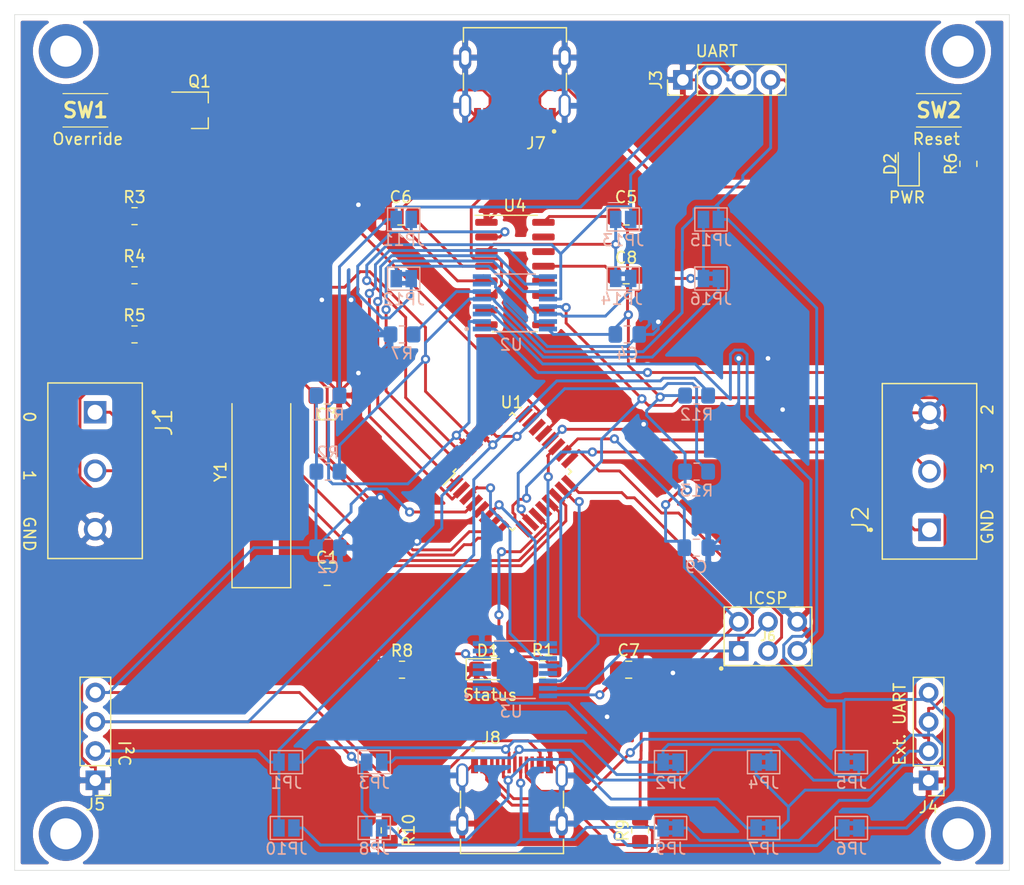
<source format=kicad_pcb>
(kicad_pcb (version 20171130) (host pcbnew "(5.1.10)-1")
  (layers (0 F.Cu signal) (31 B.Cu signal) (34 B.Paste user) (35 F.Paste user) (36 B.SilkS user) (37 F.SilkS user) (38 B.Mask user) (39 F.Mask user) (44 Edge.Cuts user))
  (net 0 "")
  (net 1 XTAL1)
  (net 2 GND)
  (net 3 XTAL2)
  (net 4 VCC)
  (net 5 "Net-(D1-Pad2)")
  (net 6 SCK)
  (net 7 RST)
  (net 8 RX)
  (net 9 TX)
  (net 10 SCL)
  (net 11 SDA)
  (net 12 "Net-(U1-Pad20)")
  (net 13 "Net-(U1-Pad22)")
  (net 14 "Net-(J7-PadA5)")
  (net 15 "Net-(J7-PadB8)")
  (net 16 "Net-(J7-PadA8)")
  (net 17 "Net-(J7-PadB5)")
  (net 18 "Net-(C6-Pad2)")
  (net 19 SIG1A)
  (net 20 SIG1B)
  (net 21 D+)
  (net 22 D-)
  (net 23 SIG2A)
  (net 24 SIG2B)
  (net 25 "Net-(U1-Pad25)")
  (net 26 "Net-(U1-Pad26)")
  (net 27 EXTRX)
  (net 28 EXTTX)
  (net 29 EXTRST)
  (net 30 "Net-(D2-Pad2)")
  (net 31 STOPRST)
  (net 32 "Net-(Q1-Pad1)")
  (net 33 "Net-(U1-Pad12)")
  (net 34 "Net-(JP11-Pad1)")
  (net 35 MUXRX)
  (net 36 "Net-(JP13-Pad1)")
  (net 37 MUXTX)
  (net 38 MUXRST)
  (net 39 LED)
  (net 40 MOSI)
  (net 41 MISO)
  (net 42 MUX1S1)
  (net 43 MUX1S2)
  (net 44 MUX2S0)
  (net 45 MUX2S1)
  (net 46 MUX2S2)
  (net 47 MUX1S0)
  (net 48 "Net-(Q1-Pad3)")
  (net 49 "Net-(C8-Pad1)")
  (net 50 "Net-(C8-Pad2)")
  (net 51 "Net-(J8-PadA4B9)")
  (net 52 "Net-(J8-PadA6)")
  (net 53 "Net-(J8-PadB7)")
  (net 54 "Net-(J8-PadA5)")
  (net 55 "Net-(J8-PadB8)")
  (net 56 "Net-(J8-PadA7)")
  (net 57 "Net-(J8-PadB6)")
  (net 58 "Net-(J8-PadA8)")
  (net 59 "Net-(J8-PadB5)")
  (net 60 "Net-(J8-PadB4A9)")
  (net 61 "Net-(R5-Pad2)")
  (net 62 "Net-(R7-Pad2)")
  (net 63 "Net-(R8-Pad2)")
  (net 64 "Net-(U1-Pad24)")
  (net 65 "Net-(U3-Pad1)")
  (net 66 "Net-(U3-Pad3)")
  (net 67 "Net-(U3-Pad4)")
  (net 68 "Net-(U3-Pad5)")
  (net 69 "Net-(U3-Pad13)")
  (net 70 "Net-(U4-Pad7)")
  (net 71 "Net-(U4-Pad8)")
  (net 72 "Net-(U4-Pad9)")
  (net 73 "Net-(U4-Pad10)")
  (net 74 "Net-(U4-Pad11)")
  (net 75 "Net-(U4-Pad12)")
  (net 76 "Net-(U4-Pad14)")
  (net 77 "Net-(U4-Pad15)")
  (module MountingHole:MountingHole_2.7mm_M2.5_DIN965_Pad (layer F.Cu) (at 198.755 -35.56)
    (fp_text reference MNT4 hide)
    (fp_text value MountingHole_2.7mm_M2.5_DIN965_Pad)
    (pad 1 thru_hole circle (at 0 0) (size 4.7 4.7) (drill 2.7) (layers *.Cu *.Mask))
  )
  (module MountingHole:MountingHole_2.7mm_M2.5_DIN965_Pad (layer F.Cu) (at 121.285 -35.56)
    (fp_text reference MNT3 hide)
    (fp_text value MountingHole_2.7mm_M2.5_DIN965_Pad)
    (pad 1 thru_hole circle (at 0 0) (size 4.7 4.7) (drill 2.7) (layers *.Cu *.Mask))
  )
  (module MountingHole:MountingHole_2.7mm_M2.5_DIN965_Pad (layer F.Cu) (at 121.285 32.385)
    (fp_text reference MNT2 hide)
    (fp_text value MountingHole_2.7mm_M2.5_DIN965_Pad)
    (pad 1 thru_hole circle (at 0 0) (size 4.7 4.7) (drill 2.7) (layers *.Cu *.Mask))
  )
  (module MountingHole:MountingHole_2.7mm_M2.5_DIN965_Pad (layer F.Cu) (at 198.755 32.385)
    (fp_text reference MNT1 hide)
    (fp_text value MountingHole_2.7mm_M2.5_DIN965_Pad)
    (pad 1 thru_hole circle (at 0 0) (size 4.7 4.7) (drill 2.7) (layers *.Cu *.Mask))
  )
  (module Capacitor_SMD:C_0805_2012Metric_Pad1.18x1.45mm_HandSolder (layer B.Cu) (at 176.017 7.5438)
    (fp_text reference C9 (at 0 1.68) (layer B.SilkS) (effects (justify mirror)))
    (fp_text value 100n)
    (pad 2 smd roundrect (at 1.0375 0) (size 1.175 1.45) (layers B.Cu B.Paste B.Mask) (roundrect_rratio 0.212766) (net 2 GND))
    (pad 1 smd roundrect (at -1.0375 0) (size 1.175 1.45) (layers B.Cu B.Paste B.Mask) (roundrect_rratio 0.212766) (net 4 VCC))
  )
  (module Capacitor_SMD:C_0805_2012Metric_Pad1.18x1.45mm_HandSolder (layer F.Cu) (at 143.977 -5.6642)
    (fp_text reference C3 (at 0 1.651) (layer F.SilkS))
    (fp_text value 22p)
    (pad 1 smd roundrect (at -1.0375 0) (size 1.175 1.45) (layers F.Cu F.Paste F.Mask) (roundrect_rratio 0.212766) (net 3 XTAL2))
    (pad 2 smd roundrect (at 1.0375 0) (size 1.175 1.45) (layers F.Cu F.Paste F.Mask) (roundrect_rratio 0.212766) (net 2 GND))
  )
  (module Capacitor_SMD:C_0805_2012Metric_Pad1.18x1.45mm_HandSolder (layer B.Cu) (at 144.043 7.5438)
    (fp_text reference C2 (at 0 1.68) (layer B.SilkS) (effects (justify mirror)))
    (fp_text value 100n)
    (pad 2 smd roundrect (at 1.0375 0) (size 1.175 1.45) (layers B.Cu B.Paste B.Mask) (roundrect_rratio 0.212766) (net 2 GND))
    (pad 1 smd roundrect (at -1.0375 0) (size 1.175 1.45) (layers B.Cu B.Paste B.Mask) (roundrect_rratio 0.212766) (net 4 VCC))
  )
  (module LED_SMD:LED_0805_2012Metric_Castellated (layer F.Cu) (at 194.462 -25.7556 90)
    (fp_text reference D2 (at 0 -1.6 90) (layer F.SilkS))
    (fp_text value 17-21/BHC-XL2M2TY/3T)
    (pad 1 smd roundrect (at -0.9625 0 90) (size 1.325 1.3) (layers F.Cu F.Paste F.Mask) (roundrect_rratio 0.192308) (net 2 GND))
    (pad 2 smd roundrect (at 0.9625 0 90) (size 1.325 1.3) (layers F.Cu F.Paste F.Mask) (roundrect_rratio 0.192308) (net 30 "Net-(D2-Pad2)"))
  )
  (module HRO_TYPE-C-31-M-12:HRO_TYPE-C-31-M-12 (layer F.Cu) (at 160.02 31.496)
    (fp_text reference J8 (at -1.825 -7.435) (layer F.SilkS))
    (fp_text value TYPE-C-31-M-12)
    (pad A1B12 smd rect (at -3.25 -5.095) (size 0.6 1.45) (layers F.Cu F.Paste F.Mask) (net 2 GND))
    (pad A4B9 smd rect (at -2.45 -5.095) (size 0.6 1.45) (layers F.Cu F.Paste F.Mask) (net 51 "Net-(J8-PadA4B9)"))
    (pad A6 smd rect (at -0.25 -5.095) (size 0.3 1.45) (layers F.Cu F.Paste F.Mask) (net 52 "Net-(J8-PadA6)"))
    (pad B7 smd rect (at -0.75 -5.095) (size 0.3 1.45) (layers F.Cu F.Paste F.Mask) (net 53 "Net-(J8-PadB7)"))
    (pad A5 smd rect (at -1.25 -5.095) (size 0.3 1.45) (layers F.Cu F.Paste F.Mask) (net 54 "Net-(J8-PadA5)"))
    (pad B8 smd rect (at -1.75 -5.095) (size 0.3 1.45) (layers F.Cu F.Paste F.Mask) (net 55 "Net-(J8-PadB8)"))
    (pad A7 smd rect (at 0.25 -5.095) (size 0.3 1.45) (layers F.Cu F.Paste F.Mask) (net 56 "Net-(J8-PadA7)"))
    (pad B6 smd rect (at 0.75 -5.095) (size 0.3 1.45) (layers F.Cu F.Paste F.Mask) (net 57 "Net-(J8-PadB6)"))
    (pad A8 smd rect (at 1.25 -5.095) (size 0.3 1.45) (layers F.Cu F.Paste F.Mask) (net 58 "Net-(J8-PadA8)"))
    (pad B5 smd rect (at 1.75 -5.095) (size 0.3 1.45) (layers F.Cu F.Paste F.Mask) (net 59 "Net-(J8-PadB5)"))
    (pad B4A9 smd rect (at 2.45 -5.095) (size 0.6 1.45) (layers F.Cu F.Paste F.Mask) (net 60 "Net-(J8-PadB4A9)"))
    (pad B1A12 smd rect (at 3.25 -5.095) (size 0.6 1.45) (layers F.Cu F.Paste F.Mask) (net 2 GND))
    (pad S1 thru_hole oval (at -4.32 -4.18) (size 1.05 2.1) (drill oval 0.65 1.75) (layers *.Cu *.Mask) (net 2 GND))
    (pad S2 thru_hole oval (at 4.32 -4.18) (size 1.05 2.1) (drill oval 0.65 1.75) (layers *.Cu *.Mask) (net 2 GND))
    (pad S3 thru_hole oval (at -4.32 0) (size 1.05 2.1) (drill oval 0.65 1.25) (layers *.Cu *.Mask) (net 2 GND))
    (pad S4 thru_hole oval (at 4.32 0) (size 1.05 2.1) (drill oval 0.65 1.25) (layers *.Cu *.Mask) (net 2 GND))
    (pad None np_thru_hole circle (at -2.89 -3.65) (size 0.7 0.7) (drill 0.7) (layers *.Cu *.Mask))
    (pad None np_thru_hole circle (at 2.89 -3.65) (size 0.7 0.7) (drill 0.7) (layers *.Cu *.Mask))
  )
  (module Jumper:SolderJumper-2_P1.3mm_Open_Pad1.0x1.5mm (layer B.Cu) (at 140.437 26.162)
    (fp_text reference JP1 (at 0 1.8) (layer B.SilkS) (effects (justify mirror)))
    (fp_text value SolderJumper)
    (pad 2 smd rect (at 0.65 0) (size 1 1.5) (layers B.Cu B.Mask) (net 52 "Net-(J8-PadA6)"))
    (pad 1 smd rect (at -0.65 0) (size 1 1.5) (layers B.Cu B.Mask) (net 11 SDA))
  )
  (module Jumper:SolderJumper-2_P1.3mm_Open_Pad1.0x1.5mm (layer B.Cu) (at 148.057 26.162)
    (fp_text reference JP3 (at 0 1.8) (layer B.SilkS) (effects (justify mirror)))
    (fp_text value SolderJumper)
    (pad 1 smd rect (at -0.65 0) (size 1 1.5) (layers B.Cu B.Mask) (net 10 SCL))
    (pad 2 smd rect (at 0.65 0) (size 1 1.5) (layers B.Cu B.Mask) (net 56 "Net-(J8-PadA7)"))
  )
  (module Jumper:SolderJumper-2_P1.3mm_Open_Pad1.0x1.5mm (layer B.Cu) (at 148.057 31.877)
    (fp_text reference JP8 (at 0 1.8) (layer B.SilkS) (effects (justify mirror)))
    (fp_text value SolderJumper)
    (pad 1 smd rect (at -0.65 0) (size 1 1.5) (layers B.Cu B.Mask) (net 10 SCL))
    (pad 2 smd rect (at 0.65 0) (size 1 1.5) (layers B.Cu B.Mask) (net 53 "Net-(J8-PadB7)"))
  )
  (module Jumper:SolderJumper-2_P1.3mm_Open_Pad1.0x1.5mm (layer B.Cu) (at 140.437 31.877)
    (fp_text reference JP10 (at 0 1.8) (layer B.SilkS) (effects (justify mirror)))
    (fp_text value SolderJumper)
    (pad 2 smd rect (at 0.65 0) (size 1 1.5) (layers B.Cu B.Mask) (net 57 "Net-(J8-PadB6)"))
    (pad 1 smd rect (at -0.65 0) (size 1 1.5) (layers B.Cu B.Mask) (net 11 SDA))
  )
  (module Resistor_SMD:R_0805_2012Metric_Pad1.20x1.40mm_HandSolder (layer B.Cu) (at 144.043 0.9398 180)
    (fp_text reference R2 (at 0 1.65) (layer B.SilkS) (effects (justify mirror)))
    (fp_text value 10k)
    (pad 1 smd roundrect (at -1 0 180) (size 1.2 1.4) (layers B.Cu B.Paste B.Mask) (roundrect_rratio 0.208333) (net 7 RST))
    (pad 2 smd roundrect (at 1 0 180) (size 1.2 1.4) (layers B.Cu B.Paste B.Mask) (roundrect_rratio 0.208333) (net 4 VCC))
  )
  (module Resistor_SMD:R_0805_2012Metric_Pad1.20x1.40mm_HandSolder (layer F.Cu) (at 199.644 -25.781 270)
    (fp_text reference R6 (at 0 1.524 90) (layer F.SilkS))
    (fp_text value 200)
    (pad 2 smd roundrect (at 1 0 270) (size 1.2 1.4) (layers F.Cu F.Paste F.Mask) (roundrect_rratio 0.208333) (net 4 VCC))
    (pad 1 smd roundrect (at -1 0 270) (size 1.2 1.4) (layers F.Cu F.Paste F.Mask) (roundrect_rratio 0.208333) (net 30 "Net-(D2-Pad2)"))
  )
  (module Crystal:Crystal_SMD_HC49-SD_HandSoldering (layer F.Cu) (at 138.262 0.9398 90)
    (fp_text reference Y1 (at 0 -3.55 90) (layer F.SilkS))
    (fp_text value 16MHz)
    (pad 1 smd rect (at -5.9375 0 90) (size 7.875 2) (layers F.Cu F.Paste F.Mask) (net 1 XTAL1))
    (pad 2 smd rect (at 5.9375 0 90) (size 7.875 2) (layers F.Cu F.Paste F.Mask) (net 3 XTAL2))
  )
  (module Capacitor_SMD:C_0805_2012Metric_Pad1.18x1.45mm_HandSolder (layer F.Cu) (at 143.977 10.0838)
    (fp_text reference C1 (at 0 -1.68) (layer F.SilkS))
    (fp_text value 22p)
    (pad 1 smd roundrect (at -1.0375 0) (size 1.175 1.45) (layers F.Cu F.Paste F.Mask) (roundrect_rratio 0.212766) (net 1 XTAL1))
    (pad 2 smd roundrect (at 1.0375 0) (size 1.175 1.45) (layers F.Cu F.Paste F.Mask) (roundrect_rratio 0.212766) (net 2 GND))
  )
  (module CUI_TB006-508-03BE:CUI_TB006-508-03BE (layer F.Cu) (at 123.825 -4.2164 270)
    (fp_text reference J1 (at 0.905 -5.989 90) (layer F.SilkS) (effects (font (size 1.4 1.4))))
    (fp_text value Screw_Terminal_01x03)
    (pad 1 thru_hole rect (at 0 0 270) (size 1.95 1.95) (drill 1.3) (layers *.Cu *.Mask) (net 19 SIG1A))
    (pad 2 thru_hole circle (at 5.08 0 270) (size 1.95 1.95) (drill 1.3) (layers *.Cu *.Mask) (net 20 SIG1B))
    (pad 3 thru_hole circle (at 10.16 0 270) (size 1.95 1.95) (drill 1.3) (layers *.Cu *.Mask) (net 2 GND))
  )
  (module HRO_TYPE-C-31-M-12:HRO_TYPE-C-31-M-12 (layer F.Cu) (at 160.274 -35.0012 180)
    (fp_text reference J7 (at -1.825 -7.435) (layer F.SilkS))
    (fp_text value TYPE-C-31-M-12)
    (pad A1B12 smd rect (at -3.25 -5.095 180) (size 0.6 1.45) (layers F.Cu F.Paste F.Mask) (net 2 GND))
    (pad A4B9 smd rect (at -2.45 -5.095 180) (size 0.6 1.45) (layers F.Cu F.Paste F.Mask) (net 4 VCC))
    (pad A6 smd rect (at -0.25 -5.095 180) (size 0.3 1.45) (layers F.Cu F.Paste F.Mask) (net 21 D+))
    (pad B7 smd rect (at -0.75 -5.095 180) (size 0.3 1.45) (layers F.Cu F.Paste F.Mask) (net 22 D-))
    (pad A5 smd rect (at -1.25 -5.095 180) (size 0.3 1.45) (layers F.Cu F.Paste F.Mask) (net 14 "Net-(J7-PadA5)"))
    (pad B8 smd rect (at -1.75 -5.095 180) (size 0.3 1.45) (layers F.Cu F.Paste F.Mask) (net 15 "Net-(J7-PadB8)"))
    (pad A7 smd rect (at 0.25 -5.095 180) (size 0.3 1.45) (layers F.Cu F.Paste F.Mask) (net 22 D-))
    (pad B6 smd rect (at 0.75 -5.095 180) (size 0.3 1.45) (layers F.Cu F.Paste F.Mask) (net 21 D+))
    (pad A8 smd rect (at 1.25 -5.095 180) (size 0.3 1.45) (layers F.Cu F.Paste F.Mask) (net 16 "Net-(J7-PadA8)"))
    (pad B5 smd rect (at 1.75 -5.095 180) (size 0.3 1.45) (layers F.Cu F.Paste F.Mask) (net 17 "Net-(J7-PadB5)"))
    (pad B4A9 smd rect (at 2.45 -5.095 180) (size 0.6 1.45) (layers F.Cu F.Paste F.Mask) (net 4 VCC))
    (pad B1A12 smd rect (at 3.25 -5.095 180) (size 0.6 1.45) (layers F.Cu F.Paste F.Mask) (net 2 GND))
    (pad S1 thru_hole oval (at -4.32 -4.18 180) (size 1.05 2.1) (drill oval 0.65 1.75) (layers *.Cu *.Mask) (net 2 GND))
    (pad S2 thru_hole oval (at 4.32 -4.18 180) (size 1.05 2.1) (drill oval 0.65 1.75) (layers *.Cu *.Mask) (net 2 GND))
    (pad S3 thru_hole oval (at -4.32 0 180) (size 1.05 2.1) (drill oval 0.65 1.25) (layers *.Cu *.Mask) (net 2 GND))
    (pad S4 thru_hole oval (at 4.32 0 180) (size 1.05 2.1) (drill oval 0.65 1.25) (layers *.Cu *.Mask) (net 2 GND))
    (pad None np_thru_hole circle (at -2.89 -3.65 180) (size 0.7 0.7) (drill 0.7) (layers *.Cu *.Mask))
    (pad None np_thru_hole circle (at 2.89 -3.65 180) (size 0.7 0.7) (drill 0.7) (layers *.Cu *.Mask))
  )
  (module Package_SO:SOIC-16_3.9x9.9mm_P1.27mm (layer F.Cu) (at 160.274 -16.256)
    (fp_text reference U4 (at 0 -5.9) (layer F.SilkS))
    (fp_text value CH340C)
    (pad 1 smd roundrect (at -2.475 -4.445) (size 1.95 0.6) (layers F.Cu F.Paste F.Mask) (net 2 GND))
    (pad 2 smd roundrect (at -2.475 -3.175) (size 1.95 0.6) (layers F.Cu F.Paste F.Mask) (net 34 "Net-(JP11-Pad1)"))
    (pad 3 smd roundrect (at -2.475 -1.905) (size 1.95 0.6) (layers F.Cu F.Paste F.Mask) (net 36 "Net-(JP13-Pad1)"))
    (pad 4 smd roundrect (at -2.475 -0.635) (size 1.95 0.6) (layers F.Cu F.Paste F.Mask) (net 18 "Net-(C6-Pad2)"))
    (pad 5 smd roundrect (at -2.475 0.635) (size 1.95 0.6) (layers F.Cu F.Paste F.Mask) (net 21 D+))
    (pad 6 smd roundrect (at -2.475 1.905) (size 1.95 0.6) (layers F.Cu F.Paste F.Mask) (net 22 D-))
    (pad 7 smd roundrect (at -2.475 3.175) (size 1.95 0.6) (layers F.Cu F.Paste F.Mask) (net 70 "Net-(U4-Pad7)"))
    (pad 8 smd roundrect (at -2.475 4.445) (size 1.95 0.6) (layers F.Cu F.Paste F.Mask) (net 71 "Net-(U4-Pad8)"))
    (pad 9 smd roundrect (at 2.475 4.445) (size 1.95 0.6) (layers F.Cu F.Paste F.Mask) (net 72 "Net-(U4-Pad9)"))
    (pad 10 smd roundrect (at 2.475 3.175) (size 1.95 0.6) (layers F.Cu F.Paste F.Mask) (net 73 "Net-(U4-Pad10)"))
    (pad 11 smd roundrect (at 2.475 1.905) (size 1.95 0.6) (layers F.Cu F.Paste F.Mask) (net 74 "Net-(U4-Pad11)"))
    (pad 12 smd roundrect (at 2.475 0.635) (size 1.95 0.6) (layers F.Cu F.Paste F.Mask) (net 75 "Net-(U4-Pad12)"))
    (pad 13 smd roundrect (at 2.475 -0.635) (size 1.95 0.6) (layers F.Cu F.Paste F.Mask) (net 50 "Net-(C8-Pad2)"))
    (pad 14 smd roundrect (at 2.475 -1.905) (size 1.95 0.6) (layers F.Cu F.Paste F.Mask) (net 76 "Net-(U4-Pad14)"))
    (pad 15 smd roundrect (at 2.475 -3.175) (size 1.95 0.6) (layers F.Cu F.Paste F.Mask) (net 77 "Net-(U4-Pad15)"))
    (pad 16 smd roundrect (at 2.475 -4.445) (size 1.95 0.6) (layers F.Cu F.Paste F.Mask) (net 4 VCC))
  )
  (module Capacitor_SMD:C_0805_2012Metric_Pad1.18x1.45mm_HandSolder (layer F.Cu) (at 169.926 -21.209)
    (fp_text reference C5 (at 0 -1.68) (layer F.SilkS))
    (fp_text value 100n)
    (pad 2 smd roundrect (at 1.0375 0) (size 1.175 1.45) (layers F.Cu F.Paste F.Mask) (roundrect_rratio 0.212766) (net 2 GND))
    (pad 1 smd roundrect (at -1.0375 0) (size 1.175 1.45) (layers F.Cu F.Paste F.Mask) (roundrect_rratio 0.212766) (net 4 VCC))
  )
  (module Capacitor_SMD:C_0805_2012Metric_Pad1.18x1.45mm_HandSolder (layer F.Cu) (at 150.368 -21.209)
    (fp_text reference C6 (at 0 -1.68) (layer F.SilkS))
    (fp_text value 100n)
    (pad 1 smd roundrect (at -1.0375 0) (size 1.175 1.45) (layers F.Cu F.Paste F.Mask) (roundrect_rratio 0.212766) (net 2 GND))
    (pad 2 smd roundrect (at 1.0375 0) (size 1.175 1.45) (layers F.Cu F.Paste F.Mask) (roundrect_rratio 0.212766) (net 18 "Net-(C6-Pad2)"))
  )
  (module Capacitor_SMD:C_0805_2012Metric_Pad1.18x1.45mm_HandSolder (layer F.Cu) (at 169.926 -16.1036 180)
    (fp_text reference C8 (at 0 1.524) (layer F.SilkS))
    (fp_text value 100n)
    (pad 1 smd roundrect (at -1.0375 0 180) (size 1.175 1.45) (layers F.Cu F.Paste F.Mask) (roundrect_rratio 0.212766) (net 49 "Net-(C8-Pad1)"))
    (pad 2 smd roundrect (at 1.0375 0 180) (size 1.175 1.45) (layers F.Cu F.Paste F.Mask) (roundrect_rratio 0.212766) (net 50 "Net-(C8-Pad2)"))
  )
  (module CUI_TB006-508-03BE:CUI_TB006-508-03BE (layer F.Cu) (at 196.266 5.9944 90)
    (fp_text reference J2 (at 0.905 -5.989 90) (layer F.SilkS) (effects (font (size 1.4 1.4))))
    (fp_text value Screw_Terminal_01x03)
    (pad 1 thru_hole rect (at 0 0 90) (size 1.95 1.95) (drill 1.3) (layers *.Cu *.Mask) (net 23 SIG2A))
    (pad 2 thru_hole circle (at 5.08 0 90) (size 1.95 1.95) (drill 1.3) (layers *.Cu *.Mask) (net 24 SIG2B))
    (pad 3 thru_hole circle (at 10.16 0 90) (size 1.95 1.95) (drill 1.3) (layers *.Cu *.Mask) (net 2 GND))
  )
  (module Jumper:SolderJumper-2_P1.3mm_Bridged2Bar_Pad1.0x1.5mm (layer B.Cu) (at 173.787 26.162)
    (fp_text reference JP2 (at 0 1.8) (layer B.SilkS) (effects (justify mirror)))
    (fp_text value SolderJumper_Bridged)
    (fp_poly (pts (xy -0.25 0.6) (xy 0.25 0.6) (xy 0.25 0.2) (xy -0.25 0.2)) (layer B.Cu) (width 0))
    (fp_poly (pts (xy -0.25 -0.2) (xy 0.25 -0.2) (xy 0.25 -0.6) (xy -0.25 -0.6)) (layer B.Cu) (width 0))
    (pad 2 smd rect (at 0.65 0) (size 1 1.5) (layers B.Cu B.Mask) (net 52 "Net-(J8-PadA6)"))
    (pad 1 smd rect (at -0.65 0) (size 1 1.5) (layers B.Cu B.Mask) (net 27 EXTRX))
  )
  (module Jumper:SolderJumper-2_P1.3mm_Bridged2Bar_Pad1.0x1.5mm (layer B.Cu) (at 181.864 26.162)
    (fp_text reference JP4 (at 0 1.8) (layer B.SilkS) (effects (justify mirror)))
    (fp_text value SolderJumper_Bridged)
    (fp_poly (pts (xy -0.25 -0.2) (xy 0.25 -0.2) (xy 0.25 -0.6) (xy -0.25 -0.6)) (layer B.Cu) (width 0))
    (fp_poly (pts (xy -0.25 0.6) (xy 0.25 0.6) (xy 0.25 0.2) (xy -0.25 0.2)) (layer B.Cu) (width 0))
    (pad 1 smd rect (at -0.65 0) (size 1 1.5) (layers B.Cu B.Mask) (net 28 EXTTX))
    (pad 2 smd rect (at 0.65 0) (size 1 1.5) (layers B.Cu B.Mask) (net 56 "Net-(J8-PadA7)"))
  )
  (module Jumper:SolderJumper-2_P1.3mm_Bridged2Bar_Pad1.0x1.5mm (layer B.Cu) (at 189.484 26.162)
    (fp_text reference JP5 (at 0 1.8) (layer B.SilkS) (effects (justify mirror)))
    (fp_text value SolderJumper_Bridged)
    (fp_poly (pts (xy -0.25 0.6) (xy 0.25 0.6) (xy 0.25 0.2) (xy -0.25 0.2)) (layer B.Cu) (width 0))
    (fp_poly (pts (xy -0.25 -0.2) (xy 0.25 -0.2) (xy 0.25 -0.6) (xy -0.25 -0.6)) (layer B.Cu) (width 0))
    (pad 2 smd rect (at 0.65 0) (size 1 1.5) (layers B.Cu B.Mask) (net 58 "Net-(J8-PadA8)"))
    (pad 1 smd rect (at -0.65 0) (size 1 1.5) (layers B.Cu B.Mask) (net 29 EXTRST))
  )
  (module Jumper:SolderJumper-2_P1.3mm_Bridged2Bar_Pad1.0x1.5mm (layer B.Cu) (at 189.484 31.877)
    (fp_text reference JP6 (at 0 1.8) (layer B.SilkS) (effects (justify mirror)))
    (fp_text value SolderJumper_Bridged)
    (fp_poly (pts (xy -0.25 -0.2) (xy 0.25 -0.2) (xy 0.25 -0.6) (xy -0.25 -0.6)) (layer B.Cu) (width 0))
    (fp_poly (pts (xy -0.25 0.6) (xy 0.25 0.6) (xy 0.25 0.2) (xy -0.25 0.2)) (layer B.Cu) (width 0))
    (pad 1 smd rect (at -0.65 0) (size 1 1.5) (layers B.Cu B.Mask) (net 55 "Net-(J8-PadB8)"))
    (pad 2 smd rect (at 0.65 0) (size 1 1.5) (layers B.Cu B.Mask) (net 29 EXTRST))
  )
  (module Jumper:SolderJumper-2_P1.3mm_Bridged2Bar_Pad1.0x1.5mm (layer B.Cu) (at 181.864 31.877)
    (fp_text reference JP7 (at 0 1.8) (layer B.SilkS) (effects (justify mirror)))
    (fp_text value SolderJumper_Bridged)
    (fp_poly (pts (xy -0.25 0.6) (xy 0.25 0.6) (xy 0.25 0.2) (xy -0.25 0.2)) (layer B.Cu) (width 0))
    (fp_poly (pts (xy -0.25 -0.2) (xy 0.25 -0.2) (xy 0.25 -0.6) (xy -0.25 -0.6)) (layer B.Cu) (width 0))
    (pad 2 smd rect (at 0.65 0) (size 1 1.5) (layers B.Cu B.Mask) (net 28 EXTTX))
    (pad 1 smd rect (at -0.65 0) (size 1 1.5) (layers B.Cu B.Mask) (net 53 "Net-(J8-PadB7)"))
  )
  (module Jumper:SolderJumper-2_P1.3mm_Bridged2Bar_Pad1.0x1.5mm (layer B.Cu) (at 173.787 31.877)
    (fp_text reference JP9 (at 0 1.8) (layer B.SilkS) (effects (justify mirror)))
    (fp_text value SolderJumper_Bridged)
    (fp_poly (pts (xy -0.25 -0.2) (xy 0.25 -0.2) (xy 0.25 -0.6) (xy -0.25 -0.6)) (layer B.Cu) (width 0))
    (fp_poly (pts (xy -0.25 0.6) (xy 0.25 0.6) (xy 0.25 0.2) (xy -0.25 0.2)) (layer B.Cu) (width 0))
    (pad 1 smd rect (at -0.65 0) (size 1 1.5) (layers B.Cu B.Mask) (net 57 "Net-(J8-PadB6)"))
    (pad 2 smd rect (at 0.65 0) (size 1 1.5) (layers B.Cu B.Mask) (net 27 EXTRX))
  )
  (module Resistor_SMD:R_0805_2012Metric_Pad1.20x1.40mm_HandSolder (layer F.Cu) (at 127.25 -16.1059)
    (fp_text reference R4 (at 0 -1.65) (layer F.SilkS))
    (fp_text value 120)
    (pad 1 smd roundrect (at -1 0) (size 1.2 1.4) (layers F.Cu F.Paste F.Mask) (roundrect_rratio 0.208333) (net 7 RST))
    (pad 2 smd roundrect (at 1 0) (size 1.2 1.4) (layers F.Cu F.Paste F.Mask) (roundrect_rratio 0.208333) (net 48 "Net-(Q1-Pad3)"))
  )
  (module Resistor_SMD:R_0805_2012Metric_Pad1.20x1.40mm_HandSolder (layer F.Cu) (at 171.145 32.0802 270)
    (fp_text reference R9 (at 0 1.524 90) (layer F.SilkS))
    (fp_text value 40.2)
    (pad 2 smd roundrect (at 1 0 270) (size 1.2 1.4) (layers F.Cu F.Paste F.Mask) (roundrect_rratio 0.208333) (net 51 "Net-(J8-PadA4B9)"))
    (pad 1 smd roundrect (at -1 0 270) (size 1.2 1.4) (layers F.Cu F.Paste F.Mask) (roundrect_rratio 0.208333) (net 4 VCC))
  )
  (module Resistor_SMD:R_0805_2012Metric_Pad1.20x1.40mm_HandSolder (layer F.Cu) (at 149.403 32.0802 270)
    (fp_text reference R10 (at 0 -1.65 90) (layer F.SilkS))
    (fp_text value 40.2)
    (pad 1 smd roundrect (at -1 0 270) (size 1.2 1.4) (layers F.Cu F.Paste F.Mask) (roundrect_rratio 0.208333) (net 4 VCC))
    (pad 2 smd roundrect (at 1 0 270) (size 1.2 1.4) (layers F.Cu F.Paste F.Mask) (roundrect_rratio 0.208333) (net 60 "Net-(J8-PadB4A9)"))
  )
  (module CD74HC4053PWR:SOP65P640X120-16N (layer B.Cu) (at 160.274 -13.716)
    (fp_text reference U2 (at -0.325 3.635) (layer B.SilkS) (effects (justify mirror)))
    (fp_text value CD74HC4053PWR)
    (pad 1 smd rect (at -2.87 2.275) (size 1.57 0.41) (layers B.Cu B.Paste B.Mask) (net 27 EXTRX))
    (pad 2 smd rect (at -2.87 1.625) (size 1.57 0.41) (layers B.Cu B.Paste B.Mask) (net 8 RX))
    (pad 3 smd rect (at -2.87 0.975) (size 1.57 0.41) (layers B.Cu B.Paste B.Mask) (net 29 EXTRST))
    (pad 4 smd rect (at -2.87 0.325) (size 1.57 0.41) (layers B.Cu B.Paste B.Mask) (net 38 MUXRST))
    (pad 5 smd rect (at -2.87 -0.325) (size 1.57 0.41) (layers B.Cu B.Paste B.Mask) (net 7 RST))
    (pad 6 smd rect (at -2.87 -0.975) (size 1.57 0.41) (layers B.Cu B.Paste B.Mask) (net 62 "Net-(R7-Pad2)"))
    (pad 7 smd rect (at -2.87 -1.625) (size 1.57 0.41) (layers B.Cu B.Paste B.Mask) (net 2 GND))
    (pad 8 smd rect (at -2.87 -2.275) (size 1.57 0.41) (layers B.Cu B.Paste B.Mask) (net 2 GND))
    (pad 9 smd rect (at 2.87 -2.275) (size 1.57 0.41) (layers B.Cu B.Paste B.Mask) (net 43 MUX1S2))
    (pad 10 smd rect (at 2.87 -1.625) (size 1.57 0.41) (layers B.Cu B.Paste B.Mask) (net 42 MUX1S1))
    (pad 11 smd rect (at 2.87 -0.975) (size 1.57 0.41) (layers B.Cu B.Paste B.Mask) (net 47 MUX1S0))
    (pad 12 smd rect (at 2.87 -0.325) (size 1.57 0.41) (layers B.Cu B.Paste B.Mask) (net 9 TX))
    (pad 13 smd rect (at 2.87 0.325) (size 1.57 0.41) (layers B.Cu B.Paste B.Mask) (net 28 EXTTX))
    (pad 14 smd rect (at 2.87 0.975) (size 1.57 0.41) (layers B.Cu B.Paste B.Mask) (net 37 MUXTX))
    (pad 15 smd rect (at 2.87 1.625) (size 1.57 0.41) (layers B.Cu B.Paste B.Mask) (net 35 MUXRX))
    (pad 16 smd rect (at 2.87 2.275) (size 1.57 0.41) (layers B.Cu B.Paste B.Mask) (net 4 VCC))
  )
  (module Capacitor_SMD:C_0805_2012Metric_Pad1.18x1.45mm_HandSolder (layer B.Cu) (at 170.028 -10.9728)
    (fp_text reference C4 (at 0 1.68) (layer B.SilkS) (effects (justify mirror)))
    (fp_text value 100n)
    (pad 1 smd roundrect (at -1.0375 0) (size 1.175 1.45) (layers B.Cu B.Paste B.Mask) (roundrect_rratio 0.212766) (net 4 VCC))
    (pad 2 smd roundrect (at 1.0375 0) (size 1.175 1.45) (layers B.Cu B.Paste B.Mask) (roundrect_rratio 0.212766) (net 2 GND))
  )
  (module Resistor_SMD:R_0805_2012Metric_Pad1.20x1.40mm_HandSolder (layer B.Cu) (at 150.47 -10.9728)
    (fp_text reference R7 (at 0 1.65) (layer B.SilkS) (effects (justify mirror)))
    (fp_text value 10k)
    (pad 1 smd roundrect (at -1 0) (size 1.2 1.4) (layers B.Cu B.Paste B.Mask) (roundrect_rratio 0.208333) (net 2 GND))
    (pad 2 smd roundrect (at 1 0) (size 1.2 1.4) (layers B.Cu B.Paste B.Mask) (roundrect_rratio 0.208333) (net 62 "Net-(R7-Pad2)"))
  )
  (module Package_TO_SOT_SMD:SOT-23_Handsoldering (layer F.Cu) (at 132.893 -30.4292)
    (fp_text reference Q1 (at 0 -2.5) (layer F.SilkS))
    (fp_text value Q_NPN_BCE)
    (pad 1 smd rect (at -1.5 -0.95) (size 1.9 0.8) (layers F.Cu F.Paste F.Mask) (net 32 "Net-(Q1-Pad1)"))
    (pad 2 smd rect (at -1.5 0.95) (size 1.9 0.8) (layers F.Cu F.Paste F.Mask) (net 4 VCC))
    (pad 3 smd rect (at 1.5 0) (size 1.9 0.8) (layers F.Cu F.Paste F.Mask) (net 48 "Net-(Q1-Pad3)"))
  )
  (module Resistor_SMD:R_0805_2012Metric_Pad1.20x1.40mm_HandSolder (layer F.Cu) (at 127.25 -21.239)
    (fp_text reference R3 (at 0 -1.65) (layer F.SilkS))
    (fp_text value 40.2)
    (pad 1 smd roundrect (at -1 0) (size 1.2 1.4) (layers F.Cu F.Paste F.Mask) (roundrect_rratio 0.208333) (net 32 "Net-(Q1-Pad1)"))
    (pad 2 smd roundrect (at 1 0) (size 1.2 1.4) (layers F.Cu F.Paste F.Mask) (roundrect_rratio 0.208333) (net 31 STOPRST))
  )
  (module Package_QFP:TQFP-32_7x7mm_P0.8mm (layer F.Cu) (at 160.045 0.9398 45)
    (fp_text reference U1 (at 4.238964 -4.274319 180) (layer F.SilkS))
    (fp_text value ATmega328PB-AU)
    (pad 1 smd rect (at -4.25 -2.8 45) (size 1.6 0.55) (layers F.Cu F.Paste F.Mask) (net 42 MUX1S1))
    (pad 2 smd rect (at -4.25 -2 45) (size 1.6 0.55) (layers F.Cu F.Paste F.Mask) (net 43 MUX1S2))
    (pad 3 smd rect (at -4.25 -1.2 45) (size 1.6 0.55) (layers F.Cu F.Paste F.Mask) (net 44 MUX2S0))
    (pad 4 smd rect (at -4.25 -0.4 45) (size 1.6 0.55) (layers F.Cu F.Paste F.Mask) (net 4 VCC))
    (pad 5 smd rect (at -4.25 0.4 45) (size 1.6 0.55) (layers F.Cu F.Paste F.Mask) (net 2 GND))
    (pad 6 smd rect (at -4.25 1.2 45) (size 1.6 0.55) (layers F.Cu F.Paste F.Mask) (net 45 MUX2S1))
    (pad 7 smd rect (at -4.25 2 45) (size 1.6 0.55) (layers F.Cu F.Paste F.Mask) (net 1 XTAL1))
    (pad 8 smd rect (at -4.25 2.8 45) (size 1.6 0.55) (layers F.Cu F.Paste F.Mask) (net 3 XTAL2))
    (pad 9 smd rect (at -2.8 4.25 135) (size 1.6 0.55) (layers F.Cu F.Paste F.Mask) (net 23 SIG2A))
    (pad 10 smd rect (at -2 4.25 135) (size 1.6 0.55) (layers F.Cu F.Paste F.Mask) (net 24 SIG2B))
    (pad 11 smd rect (at -1.2 4.25 135) (size 1.6 0.55) (layers F.Cu F.Paste F.Mask) (net 39 LED))
    (pad 12 smd rect (at -0.4 4.25 135) (size 1.6 0.55) (layers F.Cu F.Paste F.Mask) (net 33 "Net-(U1-Pad12)"))
    (pad 13 smd rect (at 0.4 4.25 135) (size 1.6 0.55) (layers F.Cu F.Paste F.Mask) (net 19 SIG1A))
    (pad 14 smd rect (at 1.2 4.25 135) (size 1.6 0.55) (layers F.Cu F.Paste F.Mask) (net 20 SIG1B))
    (pad 15 smd rect (at 2 4.25 135) (size 1.6 0.55) (layers F.Cu F.Paste F.Mask) (net 40 MOSI))
    (pad 16 smd rect (at 2.8 4.25 135) (size 1.6 0.55) (layers F.Cu F.Paste F.Mask) (net 41 MISO))
    (pad 17 smd rect (at 4.25 2.8 45) (size 1.6 0.55) (layers F.Cu F.Paste F.Mask) (net 6 SCK))
    (pad 18 smd rect (at 4.25 2 45) (size 1.6 0.55) (layers F.Cu F.Paste F.Mask) (net 4 VCC))
    (pad 19 smd rect (at 4.25 1.2 45) (size 1.6 0.55) (layers F.Cu F.Paste F.Mask) (net 46 MUX2S2))
    (pad 20 smd rect (at 4.25 0.4 45) (size 1.6 0.55) (layers F.Cu F.Paste F.Mask) (net 12 "Net-(U1-Pad20)"))
    (pad 21 smd rect (at 4.25 -0.4 45) (size 1.6 0.55) (layers F.Cu F.Paste F.Mask) (net 2 GND))
    (pad 22 smd rect (at 4.25 -1.2 45) (size 1.6 0.55) (layers F.Cu F.Paste F.Mask) (net 13 "Net-(U1-Pad22)"))
    (pad 23 smd rect (at 4.25 -2 45) (size 1.6 0.55) (layers F.Cu F.Paste F.Mask) (net 31 STOPRST))
    (pad 24 smd rect (at 4.25 -2.8 45) (size 1.6 0.55) (layers F.Cu F.Paste F.Mask) (net 64 "Net-(U1-Pad24)"))
    (pad 25 smd rect (at 2.8 -4.25 135) (size 1.6 0.55) (layers F.Cu F.Paste F.Mask) (net 25 "Net-(U1-Pad25)"))
    (pad 26 smd rect (at 2 -4.25 135) (size 1.6 0.55) (layers F.Cu F.Paste F.Mask) (net 26 "Net-(U1-Pad26)"))
    (pad 27 smd rect (at 1.2 -4.25 135) (size 1.6 0.55) (layers F.Cu F.Paste F.Mask) (net 11 SDA))
    (pad 28 smd rect (at 0.4 -4.25 135) (size 1.6 0.55) (layers F.Cu F.Paste F.Mask) (net 10 SCL))
    (pad 29 smd rect (at -0.4 -4.25 135) (size 1.6 0.55) (layers F.Cu F.Paste F.Mask) (net 7 RST))
    (pad 30 smd rect (at -1.2 -4.25 135) (size 1.6 0.55) (layers F.Cu F.Paste F.Mask) (net 8 RX))
    (pad 31 smd rect (at -2 -4.25 135) (size 1.6 0.55) (layers F.Cu F.Paste F.Mask) (net 9 TX))
    (pad 32 smd rect (at -2.8 -4.25 135) (size 1.6 0.55) (layers F.Cu F.Paste F.Mask) (net 47 MUX1S0))
  )
  (module Jumper:SolderJumper-2_P1.3mm_Open_Pad1.0x1.5mm (layer B.Cu) (at 150.622 -20.955 180)
    (fp_text reference JP11 (at 0 -1.778) (layer B.SilkS) (effects (justify mirror)))
    (fp_text value SolderJumper)
    (pad 2 smd rect (at 0.65 0 180) (size 1 1.5) (layers B.Cu B.Mask) (net 8 RX))
    (pad 1 smd rect (at -0.65 0 180) (size 1 1.5) (layers B.Cu B.Mask) (net 34 "Net-(JP11-Pad1)"))
  )
  (module Jumper:SolderJumper-2_P1.3mm_Bridged2Bar_Pad1.0x1.5mm (layer B.Cu) (at 150.622 -15.8139)
    (fp_text reference JP12 (at 0 1.8) (layer B.SilkS) (effects (justify mirror)))
    (fp_text value SolderJumper_Bridged)
    (fp_poly (pts (xy -0.25 -0.2) (xy 0.25 -0.2) (xy 0.25 -0.6) (xy -0.25 -0.6)) (layer B.Cu) (width 0))
    (fp_poly (pts (xy -0.25 0.6) (xy 0.25 0.6) (xy 0.25 0.2) (xy -0.25 0.2)) (layer B.Cu) (width 0))
    (pad 1 smd rect (at -0.65 0) (size 1 1.5) (layers B.Cu B.Mask) (net 35 MUXRX))
    (pad 2 smd rect (at 0.65 0) (size 1 1.5) (layers B.Cu B.Mask) (net 34 "Net-(JP11-Pad1)"))
  )
  (module Jumper:SolderJumper-2_P1.3mm_Open_Pad1.0x1.5mm (layer B.Cu) (at 169.672 -20.955)
    (fp_text reference JP13 (at 0 1.8) (layer B.SilkS) (effects (justify mirror)))
    (fp_text value SolderJumper)
    (pad 1 smd rect (at -0.65 0) (size 1 1.5) (layers B.Cu B.Mask) (net 36 "Net-(JP13-Pad1)"))
    (pad 2 smd rect (at 0.65 0) (size 1 1.5) (layers B.Cu B.Mask) (net 9 TX))
  )
  (module Jumper:SolderJumper-2_P1.3mm_Bridged2Bar_Pad1.0x1.5mm (layer B.Cu) (at 169.672 -15.8289 180)
    (fp_text reference JP14 (at 0.127 -1.778) (layer B.SilkS) (effects (justify mirror)))
    (fp_text value SolderJumper_Bridged)
    (fp_poly (pts (xy -0.25 0.6) (xy 0.25 0.6) (xy 0.25 0.2) (xy -0.25 0.2)) (layer B.Cu) (width 0))
    (fp_poly (pts (xy -0.25 -0.2) (xy 0.25 -0.2) (xy 0.25 -0.6) (xy -0.25 -0.6)) (layer B.Cu) (width 0))
    (pad 2 smd rect (at 0.65 0 180) (size 1 1.5) (layers B.Cu B.Mask) (net 36 "Net-(JP13-Pad1)"))
    (pad 1 smd rect (at -0.65 0 180) (size 1 1.5) (layers B.Cu B.Mask) (net 37 MUXTX))
  )
  (module Jumper:SolderJumper-2_P1.3mm_Open_Pad1.0x1.5mm (layer B.Cu) (at 177.292 -20.955)
    (fp_text reference JP15 (at 0 1.8) (layer B.SilkS) (effects (justify mirror)))
    (fp_text value SolderJumper)
    (pad 2 smd rect (at 0.65 0) (size 1 1.5) (layers B.Cu B.Mask) (net 7 RST))
    (pad 1 smd rect (at -0.65 0) (size 1 1.5) (layers B.Cu B.Mask) (net 49 "Net-(C8-Pad1)"))
  )
  (module Jumper:SolderJumper-2_P1.3mm_Bridged2Bar_Pad1.0x1.5mm (layer B.Cu) (at 177.292 -15.8289 180)
    (fp_text reference JP16 (at 0 -1.778) (layer B.SilkS) (effects (justify mirror)))
    (fp_text value SolderJumper_Bridged)
    (fp_poly (pts (xy -0.25 -0.2) (xy 0.25 -0.2) (xy 0.25 -0.6) (xy -0.25 -0.6)) (layer B.Cu) (width 0))
    (fp_poly (pts (xy -0.25 0.6) (xy 0.25 0.6) (xy 0.25 0.2) (xy -0.25 0.2)) (layer B.Cu) (width 0))
    (pad 1 smd rect (at -0.65 0 180) (size 1 1.5) (layers B.Cu B.Mask) (net 38 MUXRST))
    (pad 2 smd rect (at 0.65 0 180) (size 1 1.5) (layers B.Cu B.Mask) (net 49 "Net-(C8-Pad1)"))
  )
  (module LED_SMD:LED_0805_2012Metric_Castellated (layer F.Cu) (at 157.926 18.0896)
    (fp_text reference D1 (at 0 -1.6) (layer F.SilkS))
    (fp_text value 17-21/BHC-XL2M2TY/3T)
    (pad 1 smd roundrect (at -0.9625 0) (size 1.325 1.3) (layers F.Cu F.Paste F.Mask) (roundrect_rratio 0.192308) (net 2 GND))
    (pad 2 smd roundrect (at 0.9625 0) (size 1.325 1.3) (layers F.Cu F.Paste F.Mask) (roundrect_rratio 0.192308) (net 5 "Net-(D1-Pad2)"))
  )
  (module Resistor_SMD:R_0805_2012Metric_Pad1.20x1.40mm_HandSolder (layer F.Cu) (at 162.706 18.0946)
    (fp_text reference R1 (at 0 -1.65) (layer F.SilkS))
    (fp_text value 200)
    (pad 1 smd roundrect (at -1 0) (size 1.2 1.4) (layers F.Cu F.Paste F.Mask) (roundrect_rratio 0.208333) (net 5 "Net-(D1-Pad2)"))
    (pad 2 smd roundrect (at 1 0) (size 1.2 1.4) (layers F.Cu F.Paste F.Mask) (roundrect_rratio 0.208333) (net 39 LED))
  )
  (module Capacitor_SMD:C_0805_2012Metric_Pad1.18x1.45mm_HandSolder (layer F.Cu) (at 170.151 18.1356)
    (fp_text reference C7 (at 0 -1.68) (layer F.SilkS))
    (fp_text value 100n)
    (pad 1 smd roundrect (at -1.0375 0) (size 1.175 1.45) (layers F.Cu F.Paste F.Mask) (roundrect_rratio 0.212766) (net 4 VCC))
    (pad 2 smd roundrect (at 1.0375 0) (size 1.175 1.45) (layers F.Cu F.Paste F.Mask) (roundrect_rratio 0.212766) (net 2 GND))
  )
  (module Resistor_SMD:R_0805_2012Metric_Pad1.20x1.40mm_HandSolder (layer F.Cu) (at 150.47 18.1356)
    (fp_text reference R8 (at 0 -1.65) (layer F.SilkS))
    (fp_text value 10k)
    (pad 2 smd roundrect (at 1 0) (size 1.2 1.4) (layers F.Cu F.Paste F.Mask) (roundrect_rratio 0.208333) (net 63 "Net-(R8-Pad2)"))
    (pad 1 smd roundrect (at -1 0) (size 1.2 1.4) (layers F.Cu F.Paste F.Mask) (roundrect_rratio 0.208333) (net 2 GND))
  )
  (module CD74HC4053PWR:SOP65P640X120-16N (layer B.Cu) (at 160.274 18.1356)
    (fp_text reference U3 (at -0.325 3.635) (layer B.SilkS) (effects (justify mirror)))
    (fp_text value CD74HC4053PWR)
    (pad 1 smd rect (at -2.87 2.275) (size 1.57 0.41) (layers B.Cu B.Paste B.Mask) (net 65 "Net-(U3-Pad1)"))
    (pad 2 smd rect (at -2.87 1.625) (size 1.57 0.41) (layers B.Cu B.Paste B.Mask) (net 27 EXTRX))
    (pad 3 smd rect (at -2.87 0.975) (size 1.57 0.41) (layers B.Cu B.Paste B.Mask) (net 66 "Net-(U3-Pad3)"))
    (pad 4 smd rect (at -2.87 0.325) (size 1.57 0.41) (layers B.Cu B.Paste B.Mask) (net 67 "Net-(U3-Pad4)"))
    (pad 5 smd rect (at -2.87 -0.325) (size 1.57 0.41) (layers B.Cu B.Paste B.Mask) (net 68 "Net-(U3-Pad5)"))
    (pad 6 smd rect (at -2.87 -0.975) (size 1.57 0.41) (layers B.Cu B.Paste B.Mask) (net 63 "Net-(R8-Pad2)"))
    (pad 7 smd rect (at -2.87 -1.625) (size 1.57 0.41) (layers B.Cu B.Paste B.Mask) (net 2 GND))
    (pad 8 smd rect (at -2.87 -2.275) (size 1.57 0.41) (layers B.Cu B.Paste B.Mask) (net 2 GND))
    (pad 9 smd rect (at 2.87 -2.275) (size 1.57 0.41) (layers B.Cu B.Paste B.Mask) (net 46 MUX2S2))
    (pad 10 smd rect (at 2.87 -1.625) (size 1.57 0.41) (layers B.Cu B.Paste B.Mask) (net 45 MUX2S1))
    (pad 11 smd rect (at 2.87 -0.975) (size 1.57 0.41) (layers B.Cu B.Paste B.Mask) (net 44 MUX2S0))
    (pad 12 smd rect (at 2.87 -0.325) (size 1.57 0.41) (layers B.Cu B.Paste B.Mask) (net 28 EXTTX))
    (pad 13 smd rect (at 2.87 0.325) (size 1.57 0.41) (layers B.Cu B.Paste B.Mask) (net 69 "Net-(U3-Pad13)"))
    (pad 14 smd rect (at 2.87 0.975) (size 1.57 0.41) (layers B.Cu B.Paste B.Mask) (net 40 MOSI))
    (pad 15 smd rect (at 2.87 1.625) (size 1.57 0.41) (layers B.Cu B.Paste B.Mask) (net 41 MISO))
    (pad 16 smd rect (at 2.87 2.275) (size 1.57 0.41) (layers B.Cu B.Paste B.Mask) (net 4 VCC))
  )
  (module Connector_PinHeader_2.54mm:PinHeader_1x04_P2.54mm_Vertical (layer F.Cu) (at 196.19 27.7495 180)
    (fp_text reference J4 (at 0 -2.33) (layer F.SilkS))
    (fp_text value Conn_01x04)
    (pad 1 thru_hole rect (at 0 0 180) (size 1.7 1.7) (drill 1) (layers *.Cu *.Mask) (net 2 GND))
    (pad 2 thru_hole oval (at 0 2.54 180) (size 1.7 1.7) (drill 1) (layers *.Cu *.Mask) (net 28 EXTTX))
    (pad 3 thru_hole oval (at 0 5.08 180) (size 1.7 1.7) (drill 1) (layers *.Cu *.Mask) (net 27 EXTRX))
    (pad 4 thru_hole oval (at 0 7.62 180) (size 1.7 1.7) (drill 1) (layers *.Cu *.Mask) (net 29 EXTRST))
  )
  (module Connector_PinHeader_2.54mm:PinHeader_1x04_P2.54mm_Vertical (layer F.Cu) (at 174.854 -33.0708 90)
    (fp_text reference J3 (at 0 -2.33 90) (layer F.SilkS))
    (fp_text value Conn_01x04)
    (pad 1 thru_hole rect (at 0 0 90) (size 1.7 1.7) (drill 1) (layers *.Cu *.Mask) (net 2 GND))
    (pad 2 thru_hole oval (at 0 2.54 90) (size 1.7 1.7) (drill 1) (layers *.Cu *.Mask) (net 9 TX))
    (pad 3 thru_hole oval (at 0 5.08 90) (size 1.7 1.7) (drill 1) (layers *.Cu *.Mask) (net 8 RX))
    (pad 4 thru_hole oval (at 0 7.62 90) (size 1.7 1.7) (drill 1) (layers *.Cu *.Mask) (net 7 RST))
  )
  (module Connector_PinHeader_2.54mm:PinHeader_1x04_P2.54mm_Vertical (layer F.Cu) (at 123.85 27.7368 180)
    (fp_text reference J5 (at 0 -2.1082) (layer F.SilkS))
    (fp_text value Conn_01x04)
    (pad 4 thru_hole oval (at 0 7.62 180) (size 1.7 1.7) (drill 1) (layers *.Cu *.Mask) (net 4 VCC))
    (pad 3 thru_hole oval (at 0 5.08 180) (size 1.7 1.7) (drill 1) (layers *.Cu *.Mask) (net 10 SCL))
    (pad 2 thru_hole oval (at 0 2.54 180) (size 1.7 1.7) (drill 1) (layers *.Cu *.Mask) (net 11 SDA))
    (pad 1 thru_hole rect (at 0 0 180) (size 1.7 1.7) (drill 1) (layers *.Cu *.Mask) (net 2 GND))
  )
  (module AVR-ISP:AVR-ISP (layer F.Cu) (at 182.245 15.24)
    (fp_text reference J6 (at 0 0) (layer F.SilkS) (effects (font (size 0.787402 0.787402))))
    (fp_text value AVR-ISP-6)
    (fp_text user ICSP (at 0 -3.302) (layer F.SilkS))
    (pad 4 thru_hole circle (at 0 -1.27) (size 1.7 1.7) (drill 1) (layers *.Cu *.Mask) (net 40 MOSI))
    (pad 3 thru_hole circle (at 0 1.27) (size 1.7 1.7) (drill 1) (layers *.Cu *.Mask) (net 6 SCK))
    (pad 2 thru_hole circle (at -2.54 -1.27) (size 1.7 1.7) (drill 1) (layers *.Cu *.Mask) (net 4 VCC))
    (pad 1 thru_hole rect (at -2.54 1.27) (size 1.7 1.7) (drill 1) (layers *.Cu *.Mask) (net 41 MISO))
    (pad 5 thru_hole circle (at 2.54 1.27) (size 1.7 1.7) (drill 1) (layers *.Cu *.Mask) (net 7 RST))
    (pad 6 thru_hole circle (at 2.54 -1.27) (size 1.7 1.7) (drill 1) (layers *.Cu *.Mask) (net 2 GND))
  )
  (module Resistor_SMD:R_0805_2012Metric_Pad1.20x1.40mm_HandSolder (layer F.Cu) (at 127.25 -10.9728)
    (fp_text reference R5 (at 0 -1.65) (layer F.SilkS))
    (fp_text value 40.2)
    (pad 1 smd roundrect (at -1 0) (size 1.2 1.4) (layers F.Cu F.Paste F.Mask) (roundrect_rratio 0.208333) (net 2 GND))
    (pad 2 smd roundrect (at 1 0) (size 1.2 1.4) (layers F.Cu F.Paste F.Mask) (roundrect_rratio 0.208333) (net 61 "Net-(R5-Pad2)"))
  )
  (module SKRKAEE020:SKRKAEE020 (layer F.Cu) (at 122.987 -30.4292)
    (fp_text reference SW1 (at 0 0) (layer F.SilkS) (effects (font (size 1.27 1.27) (thickness 0.254))))
    (fp_text value SW_Push hide)
    (pad 1 smd rect (at -2.1 0) (size 0.8 2) (layers F.Cu F.Paste F.Mask) (net 48 "Net-(Q1-Pad3)"))
    (pad 2 smd rect (at 2.1 0) (size 0.8 2) (layers F.Cu F.Paste F.Mask) (net 61 "Net-(R5-Pad2)"))
  )
  (module SKRKAEE020:SKRKAEE020 (layer F.Cu) (at 197.079 -30.4292)
    (fp_text reference SW2 (at 0 0) (layer F.SilkS) (effects (font (size 1.27 1.27) (thickness 0.254))))
    (fp_text value SW_Push hide)
    (pad 2 smd rect (at 2.1 0) (size 0.8 2) (layers F.Cu F.Paste F.Mask) (net 2 GND))
    (pad 1 smd rect (at -2.1 0) (size 0.8 2) (layers F.Cu F.Paste F.Mask) (net 7 RST))
  )
  (module Resistor_SMD:R_0805_2012Metric_Pad1.20x1.40mm_HandSolder (layer B.Cu) (at 144.043 -5.6642)
    (fp_text reference R11 (at 0 1.65) (layer B.SilkS) (effects (justify mirror)))
    (fp_text value 10k)
    (pad 1 smd roundrect (at -1 0) (size 1.2 1.4) (layers B.Cu B.Paste B.Mask) (roundrect_rratio 0.208333) (net 4 VCC))
    (pad 2 smd roundrect (at 1 0) (size 1.2 1.4) (layers B.Cu B.Paste B.Mask) (roundrect_rratio 0.208333) (net 8 RX))
  )
  (module Resistor_SMD:R_0805_2012Metric_Pad1.20x1.40mm_HandSolder (layer B.Cu) (at 176.047 -5.6642)
    (fp_text reference R12 (at 0 1.65) (layer B.SilkS) (effects (justify mirror)))
    (fp_text value 10k)
    (pad 2 smd roundrect (at 1 0) (size 1.2 1.4) (layers B.Cu B.Paste B.Mask) (roundrect_rratio 0.208333) (net 10 SCL))
    (pad 1 smd roundrect (at -1 0) (size 1.2 1.4) (layers B.Cu B.Paste B.Mask) (roundrect_rratio 0.208333) (net 4 VCC))
  )
  (module Resistor_SMD:R_0805_2012Metric_Pad1.20x1.40mm_HandSolder (layer B.Cu) (at 176.047 0.9398)
    (fp_text reference R13 (at 0 1.65) (layer B.SilkS) (effects (justify mirror)))
    (fp_text value 10k)
    (pad 1 smd roundrect (at -1 0) (size 1.2 1.4) (layers B.Cu B.Paste B.Mask) (roundrect_rratio 0.208333) (net 4 VCC))
    (pad 2 smd roundrect (at 1 0) (size 1.2 1.4) (layers B.Cu B.Paste B.Mask) (roundrect_rratio 0.208333) (net 11 SDA))
  )
  (gr_text PWR (at 194.31 -22.86) (layer F.SilkS) (effects (font (size 1 1))))
  (gr_text Status (at 158.115 20.32) (layer F.SilkS) (effects (font (size 1 1))))
  (gr_text Override (at 123.19 -27.94) (layer F.SilkS) (effects (font (size 1 1))))
  (gr_text Reset (at 196.85 -27.94) (layer F.SilkS) (effects (font (size 1 1))))
  (gr_text I²C (at 126.365 25.4 270) (layer F.SilkS) (effects (font (size 1 1))))
  (gr_text "Ext. UART" (at 193.675 22.86 90) (layer F.SilkS) (effects (font (size 1 1))))
  (gr_text UART (at 177.8 -35.56) (layer F.SilkS) (effects (font (size 1 1))))
  (gr_text 2 (at 201.295 -4.445 90) (layer F.SilkS) (effects (font (size 1 1))))
  (gr_text GND (at 201.295 5.715 90) (layer F.SilkS) (effects (font (size 1 1))))
  (gr_text 3 (at 201.295 0.635 90) (layer F.SilkS) (effects (font (size 1 1))))
  (gr_text 0 (at 118.11 -3.81 -90) (layer F.SilkS) (effects (font (size 1 1))))
  (gr_text 1 (at 118.11 1.27 -90) (layer F.SilkS) (effects (font (size 1 1))))
  (gr_text GND (at 118.11 6.35 270) (layer F.SilkS) (effects (font (size 1 1))))
  (gr_line (start 203.2 -38.735) (end 203.2 35.56) (layer Edge.Cuts) (width 0.05))
  (gr_line (start 116.84 35.56) (end 203.2 35.56) (layer Edge.Cuts) (width 0.05))
  (gr_line (start 116.84 -38.735) (end 116.84 35.56) (layer Edge.Cuts) (width 0.05))
  (gr_line (start 203.2 -38.735) (end 116.84 -38.735) (layer Edge.Cuts) (width 0.05))
  (segment (start 138.262 2.6145) (end 123.733 2.6145) (width 0.25) (layer F.Cu) (net 1))
  (segment (start 123.733 2.6145) (end 122.5096 1.3911) (width 0.25) (layer F.Cu) (net 1))
  (segment (start 122.5096 1.3911) (end 122.5096 -5.3722) (width 0.25) (layer F.Cu) (net 1))
  (segment (start 122.5096 -5.3722) (end 126.4388 -9.3014) (width 0.25) (layer F.Cu) (net 1))
  (segment (start 126.4388 -9.3014) (end 137.5864 -9.3014) (width 0.25) (layer F.Cu) (net 1))
  (segment (start 137.5864 -9.3014) (end 138.0368 -9.7518) (width 0.25) (layer F.Cu) (net 1))
  (segment (start 138.0368 -9.7518) (end 140.5291 -9.7518) (width 0.25) (layer F.Cu) (net 1))
  (segment (start 140.5291 -9.7518) (end 143.9771 -6.3038) (width 0.25) (layer F.Cu) (net 1))
  (segment (start 143.9771 -6.3038) (end 143.9771 -0.3431) (width 0.25) (layer F.Cu) (net 1))
  (segment (start 143.9771 -0.3431) (end 150.2683 5.9481) (width 0.25) (layer F.Cu) (net 1))
  (segment (start 150.2683 5.9481) (end 150.2683 6.585) (width 0.25) (layer F.Cu) (net 1))
  (segment (start 150.2683 6.585) (end 151.4159 7.7326) (width 0.25) (layer F.Cu) (net 1))
  (segment (start 151.4159 7.7326) (end 154.737 7.7326) (width 0.25) (layer F.Cu) (net 1))
  (segment (start 154.737 7.7326) (end 156.3146 6.155) (width 0.25) (layer F.Cu) (net 1))
  (segment (start 156.3146 6.155) (end 157.6582 6.155) (width 0.25) (layer F.Cu) (net 1))
  (segment (start 142.9395 10.0838) (end 142.0698 10.9535) (width 0.25) (layer F.Cu) (net 1))
  (segment (start 142.0698 10.9535) (end 138.262 10.9535) (width 0.25) (layer F.Cu) (net 1))
  (segment (start 138.262 6.8773) (end 138.262 10.9535) (width 0.25) (layer F.Cu) (net 1))
  (segment (start 138.262 6.8773) (end 138.262 2.6145) (width 0.25) (layer F.Cu) (net 1))
  (segment (start 158.454 5.3592) (end 157.6582 6.155) (width 0.25) (layer F.Cu) (net 1))
  (segment (start 164.594 -30.8212) (end 163.679 -29.9062) (width 0.25) (layer F.Cu) (net 2))
  (segment (start 163.679 -29.9062) (end 163.524 -29.9062) (width 0.25) (layer F.Cu) (net 2))
  (segment (start 171.066 -10.9728) (end 170.5405 -10.4478) (width 0.25) (layer B.Cu) (net 2))
  (segment (start 171.066 -10.9728) (end 171.9359 -11.8427) (width 0.25) (layer B.Cu) (net 2))
  (segment (start 171.9359 -11.8427) (end 171.9359 -21.6983) (width 0.25) (layer B.Cu) (net 2))
  (segment (start 171.9359 -21.6983) (end 181.1146 -30.877) (width 0.25) (layer B.Cu) (net 2))
  (segment (start 181.1146 -30.877) (end 181.1146 -33.6206) (width 0.25) (layer B.Cu) (net 2))
  (segment (start 181.1146 -33.6206) (end 179.9614 -34.7738) (width 0.25) (layer B.Cu) (net 2))
  (segment (start 179.9614 -34.7738) (end 176.557 -34.7738) (width 0.25) (layer B.Cu) (net 2))
  (segment (start 176.557 -34.7738) (end 174.854 -33.0708) (width 0.25) (layer B.Cu) (net 2))
  (segment (start 149.3305 -21.209) (end 149.3305 -18.6049) (width 0.25) (layer F.Cu) (net 2))
  (segment (start 156.869 -29.9062) (end 149.3305 -22.3677) (width 0.25) (layer F.Cu) (net 2))
  (segment (start 149.3305 -22.3677) (end 149.3305 -21.209) (width 0.25) (layer F.Cu) (net 2))
  (segment (start 157.4315 -15.991) (end 157.4589 -15.991) (width 0.25) (layer B.Cu) (net 2))
  (segment (start 157.404 -15.991) (end 157.4315 -15.991) (width 0.25) (layer B.Cu) (net 2))
  (segment (start 157.4315 -15.991) (end 157.404 -15.991) (width 0.25) (layer B.Cu) (net 2))
  (segment (start 157.4589 -15.991) (end 157.4315 -15.991) (width 0.25) (layer B.Cu) (net 2))
  (segment (start 164.0361 -3.6173) (end 162.7672 -2.3485) (width 0.25) (layer F.Cu) (net 2))
  (segment (start 171.45 -3.81) (end 170.18 -5.08) (width 0.25) (layer F.Cu) (net 2))
  (segment (start 170.18 -5.08) (end 165.499 -5.08) (width 0.25) (layer F.Cu) (net 2))
  (segment (start 165.499 -5.08) (end 164.0361 -3.6173) (width 0.25) (layer F.Cu) (net 2))
  (segment (start 155.7 27.316) (end 156.615 26.401) (width 0.25) (layer F.Cu) (net 2))
  (segment (start 156.615 26.401) (end 156.77 26.401) (width 0.25) (layer F.Cu) (net 2))
  (segment (start 126.25 -9.9207) (end 137.5687 -9.9207) (width 0.25) (layer F.Cu) (net 2))
  (segment (start 137.5687 -9.9207) (end 137.8501 -10.2021) (width 0.25) (layer F.Cu) (net 2))
  (segment (start 137.8501 -10.2021) (end 140.7181 -10.2021) (width 0.25) (layer F.Cu) (net 2))
  (segment (start 140.7181 -10.2021) (end 145.0145 -5.9057) (width 0.25) (layer F.Cu) (net 2))
  (segment (start 145.0145 -5.9057) (end 145.0145 -5.6642) (width 0.25) (layer F.Cu) (net 2))
  (segment (start 170.5405 -10.4478) (end 170.015 -9.9228) (width 0.25) (layer B.Cu) (net 2))
  (segment (start 170.015 -9.9228) (end 163.087 -9.9228) (width 0.25) (layer B.Cu) (net 2))
  (segment (start 163.087 -9.9228) (end 159.385 -13.625) (width 0.25) (layer B.Cu) (net 2))
  (segment (start 159.385 -13.625) (end 159.385 -14.285) (width 0.25) (layer B.Cu) (net 2))
  (segment (start 159.385 -14.285) (end 158.59 -15.08) (width 0.25) (layer B.Cu) (net 2))
  (segment (start 158.59 -15.08) (end 158.59 -15.4) (width 0.25) (layer B.Cu) (net 2))
  (segment (start 158.59 -15.4) (end 157.463 -15.4) (width 0.25) (layer B.Cu) (net 2))
  (segment (start 157.463 -15.4) (end 157.404 -15.341) (width 0.25) (layer B.Cu) (net 2))
  (segment (start 163.2057 20.21) (end 159.0839 20.21) (width 0.25) (layer F.Cu) (net 2))
  (segment (start 159.0839 20.21) (end 156.9635 18.0896) (width 0.25) (layer F.Cu) (net 2))
  (segment (start 156.9635 18.0896) (end 155.8392 19.2139) (width 0.25) (layer F.Cu) (net 2))
  (segment (start 155.8392 19.2139) (end 150.5483 19.2139) (width 0.25) (layer F.Cu) (net 2))
  (segment (start 150.5483 19.2139) (end 149.47 18.1356) (width 0.25) (layer F.Cu) (net 2))
  (segment (start 163.2057 20.21) (end 163.2057 25.2864) (width 0.25) (layer F.Cu) (net 2))
  (segment (start 163.2057 25.2864) (end 163.27 25.3507) (width 0.25) (layer F.Cu) (net 2))
  (segment (start 149.47 18.1356) (end 143.4981 12.1637) (width 0.25) (layer F.Cu) (net 2))
  (segment (start 143.4981 12.1637) (end 143.4981 11.6002) (width 0.25) (layer F.Cu) (net 2))
  (segment (start 129.4816 11.6002) (end 123.825 5.9436) (width 0.25) (layer F.Cu) (net 2))
  (segment (start 143.4981 11.6002) (end 129.4816 11.6002) (width 0.25) (layer F.Cu) (net 2))
  (segment (start 123.85 26.5615) (end 123.4827 26.5615) (width 0.25) (layer F.Cu) (net 2))
  (segment (start 123.4827 26.5615) (end 122.661 25.7398) (width 0.25) (layer F.Cu) (net 2))
  (segment (start 122.661 25.7398) (end 122.661 18.4208) (width 0.25) (layer F.Cu) (net 2))
  (segment (start 122.661 18.4208) (end 129.4816 11.6002) (width 0.25) (layer F.Cu) (net 2))
  (segment (start 123.85 27.7368) (end 123.85 26.5615) (width 0.25) (layer F.Cu) (net 2))
  (segment (start 143.4981 11.6002) (end 145.0145 10.0838) (width 0.25) (layer F.Cu) (net 2))
  (segment (start 126.25 -9.9207) (end 122.0593 -5.73) (width 0.25) (layer F.Cu) (net 2))
  (segment (start 122.0593 -5.73) (end 122.0593 4.1779) (width 0.25) (layer F.Cu) (net 2))
  (segment (start 122.0593 4.1779) (end 123.825 5.9436) (width 0.25) (layer F.Cu) (net 2))
  (segment (start 162.7672 -2.3485) (end 162.767 -2.3483) (width 0.25) (layer F.Cu) (net 2))
  (segment (start 163.27 26.401) (end 163.27 25.3507) (width 0.25) (layer F.Cu) (net 2))
  (segment (start 164.9126 16.51) (end 160.02 16.51) (width 0.25) (layer F.Cu) (net 2))
  (segment (start 171.188 18.1356) (end 169.563 16.51) (width 0.25) (layer F.Cu) (net 2))
  (segment (start 169.563 16.51) (end 164.9126 16.51) (width 0.25) (layer F.Cu) (net 2))
  (segment (start 196.19 27.7495) (end 196.19 26.5742) (width 0.25) (layer F.Cu) (net 2))
  (segment (start 184.785 13.97) (end 195.0147 24.1997) (width 0.25) (layer F.Cu) (net 2))
  (segment (start 195.0147 24.1997) (end 195.0147 25.7663) (width 0.25) (layer F.Cu) (net 2))
  (segment (start 195.0147 25.7663) (end 195.8226 26.5742) (width 0.25) (layer F.Cu) (net 2))
  (segment (start 195.8226 26.5742) (end 196.19 26.5742) (width 0.25) (layer F.Cu) (net 2))
  (segment (start 164.34 27.316) (end 163.425 26.401) (width 0.25) (layer F.Cu) (net 2))
  (segment (start 163.425 26.401) (end 163.27 26.401) (width 0.25) (layer F.Cu) (net 2))
  (segment (start 157.3228 4.228) (end 157.323 4.2278) (width 0.25) (layer F.Cu) (net 2))
  (segment (start 151.765 6.985) (end 154.565 6.985) (width 0.25) (layer F.Cu) (net 2))
  (segment (start 154.565 6.985) (end 157.3228 4.228) (width 0.25) (layer F.Cu) (net 2))
  (segment (start 157.3226 4.2278) (end 157.3228 4.228) (width 0.25) (layer F.Cu) (net 2))
  (segment (start 126.25 -10.9728) (end 126.25 -9.9207) (width 0.25) (layer F.Cu) (net 2))
  (segment (start 155.7 31.496) (end 155.7 27.316) (width 0.25) (layer B.Cu) (net 2))
  (segment (start 157.5415 -15.991) (end 157.4589 -15.991) (width 0.25) (layer B.Cu) (net 2))
  (segment (start 157.4589 -15.991) (end 157.5415 -15.991) (width 0.25) (layer B.Cu) (net 2))
  (segment (start 156.869 -29.9062) (end 157.024 -29.9062) (width 0.25) (layer F.Cu) (net 2))
  (segment (start 155.954 -30.8212) (end 156.869 -29.9062) (width 0.25) (layer F.Cu) (net 2))
  (segment (start 177.0545 7.5438) (end 178.3588 7.5438) (width 0.25) (layer B.Cu) (net 2))
  (segment (start 178.3588 7.5438) (end 184.785 13.97) (width 0.25) (layer B.Cu) (net 2))
  (segment (start 164.34 31.496) (end 155.7 31.496) (width 0.25) (layer F.Cu) (net 2))
  (segment (start 162.7674 -2.3482) (end 162.7672 -2.3484) (width 0.25) (layer F.Cu) (net 2))
  (segment (start 162.7672 -2.3484) (end 162.7672 -2.3485) (width 0.25) (layer F.Cu) (net 2))
  (segment (start 163.2357 -22.259) (end 159.357 -22.259) (width 0.25) (layer F.Cu) (net 2))
  (segment (start 159.357 -22.259) (end 157.799 -20.701) (width 0.25) (layer F.Cu) (net 2))
  (segment (start 170.9637 -21.2092) (end 169.913 -22.259) (width 0.25) (layer F.Cu) (net 2))
  (segment (start 169.913 -22.259) (end 163.2357 -22.259) (width 0.25) (layer F.Cu) (net 2))
  (segment (start 164.594 -33.0708) (end 164.594 -30.8212) (width 0.25) (layer B.Cu) (net 2))
  (segment (start 164.594 -35.0012) (end 164.594 -33.0708) (width 0.25) (layer B.Cu) (net 2))
  (segment (start 164.594 -33.0708) (end 173.6787 -33.0708) (width 0.25) (layer B.Cu) (net 2))
  (segment (start 174.854 -33.0708) (end 173.6787 -33.0708) (width 0.25) (layer B.Cu) (net 2))
  (segment (start 170.5405 -10.4478) (end 171.0655 -10.9728) (width 0.25) (layer B.Cu) (net 2))
  (segment (start 155.954 -35.0012) (end 164.594 -35.0012) (width 0.25) (layer F.Cu) (net 2))
  (segment (start 164.34 31.496) (end 164.34 27.316) (width 0.25) (layer B.Cu) (net 2))
  (segment (start 145.0805 7.5438) (end 151.206 7.5438) (width 0.25) (layer B.Cu) (net 2))
  (segment (start 151.206 7.5438) (end 151.765 6.985) (width 0.25) (layer B.Cu) (net 2))
  (segment (start 159.385 16.51) (end 157.405 16.51) (width 0.25) (layer B.Cu) (net 2))
  (segment (start 157.405 16.51) (end 157.404 16.5106) (width 0.25) (layer B.Cu) (net 2))
  (segment (start 193.4324 -27.3504) (end 195.1226 -29.0406) (width 0.25) (layer F.Cu) (net 2))
  (segment (start 195.1226 -29.0406) (end 197.0651 -29.0406) (width 0.25) (layer F.Cu) (net 2))
  (segment (start 197.0651 -29.0406) (end 198.4537 -30.4292) (width 0.25) (layer F.Cu) (net 2))
  (segment (start 194.462 -24.7931) (end 193.4324 -25.8227) (width 0.25) (layer F.Cu) (net 2))
  (segment (start 193.4324 -25.8227) (end 193.4324 -27.3504) (width 0.25) (layer F.Cu) (net 2))
  (segment (start 193.4324 -27.3504) (end 181.3824 -27.3504) (width 0.25) (layer F.Cu) (net 2))
  (segment (start 181.3824 -27.3504) (end 176.0293 -32.7035) (width 0.25) (layer F.Cu) (net 2))
  (segment (start 176.0293 -32.7035) (end 176.0293 -33.0708) (width 0.25) (layer F.Cu) (net 2))
  (segment (start 174.854 -33.0708) (end 176.0293 -33.0708) (width 0.25) (layer F.Cu) (net 2))
  (segment (start 157.5415 -15.991) (end 157.679 -15.991) (width 0.25) (layer B.Cu) (net 2))
  (segment (start 157.679 -15.991) (end 157.5415 -15.991) (width 0.25) (layer B.Cu) (net 2))
  (segment (start 171.1885 18.1356) (end 171.188 18.1356) (width 0.25) (layer F.Cu) (net 2))
  (segment (start 170.964 -21.209) (end 170.9637 -21.2092) (width 0.25) (layer F.Cu) (net 2))
  (segment (start 170.9635 -21.209) (end 170.9637 -21.2092) (width 0.25) (layer F.Cu) (net 2))
  (segment (start 199.179 -30.4292) (end 198.4537 -30.4292) (width 0.25) (layer F.Cu) (net 2))
  (segment (start 171.45 -3.175) (end 171.45 -3.81) (width 0.25) (layer F.Cu) (net 2))
  (segment (start 155.954 -35.0012) (end 155.954 -30.8212) (width 0.25) (layer B.Cu) (net 2))
  (segment (start 145.08 7.5438) (end 145.0805 7.5438) (width 0.25) (layer B.Cu) (net 2))
  (segment (start 158.59 -15.4) (end 157.999 -15.991) (width 0.25) (layer B.Cu) (net 2))
  (segment (start 157.999 -15.991) (end 157.679 -15.991) (width 0.25) (layer B.Cu) (net 2))
  (segment (start 159.385 16.51) (end 158.736 15.8606) (width 0.25) (layer B.Cu) (net 2))
  (segment (start 158.736 15.8606) (end 157.404 15.8606) (width 0.25) (layer B.Cu) (net 2))
  (segment (start 160.02 16.51) (end 159.385 16.51) (width 0.25) (layer B.Cu) (net 2))
  (via (at 160.02 16.51) (size 0.8) (layers F.Cu B.Cu) (net 2))
  (via (at 171.45 -3.175) (size 0.8) (layers F.Cu B.Cu) (net 2))
  (via (at 151.765 6.985) (size 0.8) (layers F.Cu B.Cu) (net 2))
  (segment (start 174.534998 2.253002) (end 171.45 -0.831996) (width 0.25) (layer B.Cu) (net 2))
  (segment (start 174.534998 2.888002) (end 174.534998 2.253002) (width 0.25) (layer B.Cu) (net 2))
  (segment (start 177.0545 7.5438) (end 177.0545 5.407504) (width 0.25) (layer B.Cu) (net 2))
  (segment (start 177.0545 5.407504) (end 174.534998 2.888002) (width 0.25) (layer B.Cu) (net 2))
  (segment (start 171.45 -0.831996) (end 171.45 -2.609315) (width 0.25) (layer B.Cu) (net 2))
  (segment (start 171.45 -2.609315) (end 171.45 -3.175) (width 0.25) (layer B.Cu) (net 2))
  (segment (start 177.0545 7.5438) (end 177.2412 7.5438) (width 0.25) (layer B.Cu) (net 2))
  (via (at 179.705 -8.89) (size 0.8) (drill 0.4) (layers F.Cu B.Cu) (net 2))
  (segment (start 179.705 5.08) (end 179.705 -8.89) (width 0.25) (layer B.Cu) (net 2))
  (segment (start 177.2412 7.5438) (end 179.705 5.08) (width 0.25) (layer B.Cu) (net 2))
  (via (at 172.72 -12.065) (size 0.8) (drill 0.4) (layers F.Cu B.Cu) (net 2))
  (segment (start 175.895 -8.89) (end 172.72 -12.065) (width 0.25) (layer F.Cu) (net 2))
  (segment (start 179.705 -8.89) (end 175.895 -8.89) (width 0.25) (layer F.Cu) (net 2))
  (segment (start 172.72 -12.065) (end 172.72 -11.43) (width 0.25) (layer B.Cu) (net 2))
  (segment (start 172.2628 -10.9728) (end 171.0655 -10.9728) (width 0.25) (layer B.Cu) (net 2))
  (segment (start 172.72 -11.43) (end 172.2628 -10.9728) (width 0.25) (layer B.Cu) (net 2))
  (via (at 146.685 -7.62) (size 0.8) (drill 0.4) (layers F.Cu B.Cu) (net 2))
  (segment (start 149.47 -10.405) (end 146.685 -7.62) (width 0.25) (layer B.Cu) (net 2))
  (segment (start 149.47 -10.9728) (end 149.47 -10.405) (width 0.25) (layer B.Cu) (net 2))
  (segment (start 145.0145 -5.9495) (end 145.0145 -5.6642) (width 0.25) (layer F.Cu) (net 2))
  (segment (start 146.685 -7.62) (end 145.0145 -5.9495) (width 0.25) (layer F.Cu) (net 2))
  (via (at 183.515 -4.445) (size 0.8) (drill 0.4) (layers F.Cu B.Cu) (net 2))
  (segment (start 183.7944 -4.1656) (end 183.515 -4.445) (width 0.25) (layer F.Cu) (net 2))
  (segment (start 196.266 -4.1656) (end 183.7944 -4.1656) (width 0.25) (layer F.Cu) (net 2))
  (segment (start 183.515 -4.445) (end 182.245 -5.715) (width 0.25) (layer B.Cu) (net 2))
  (via (at 182.245 -8.89) (size 0.8) (drill 0.4) (layers F.Cu B.Cu) (net 2))
  (segment (start 182.245 -5.715) (end 182.245 -8.89) (width 0.25) (layer B.Cu) (net 2))
  (segment (start 182.245 -8.89) (end 179.705 -8.89) (width 0.25) (layer F.Cu) (net 2))
  (segment (start 145.0805 6.6845) (end 148.59 3.175) (width 0.25) (layer B.Cu) (net 2))
  (segment (start 145.0805 7.5438) (end 145.0805 6.6845) (width 0.25) (layer B.Cu) (net 2))
  (via (at 148.59 3.175) (size 0.8) (drill 0.4) (layers F.Cu B.Cu) (net 2))
  (segment (start 148.59 -2.0887) (end 145.0145 -5.6642) (width 0.25) (layer F.Cu) (net 2))
  (segment (start 148.59 3.175) (end 148.59 -2.0887) (width 0.25) (layer F.Cu) (net 2))
  (segment (start 170.9635 -21.209) (end 170.9635 -23.3465) (width 0.25) (layer F.Cu) (net 2))
  (segment (start 170.9635 -23.3465) (end 167.64 -26.67) (width 0.25) (layer F.Cu) (net 2))
  (segment (start 167.64 -26.67) (end 165.1 -26.67) (width 0.25) (layer F.Cu) (net 2))
  (segment (start 163.524 -28.246) (end 163.524 -29.9062) (width 0.25) (layer F.Cu) (net 2))
  (segment (start 165.1 -26.67) (end 163.524 -28.246) (width 0.25) (layer F.Cu) (net 2))
  (via (at 146.05 -13.97) (size 0.8) (drill 0.4) (layers F.Cu B.Cu) (net 2))
  (segment (start 149.0472 -10.9728) (end 146.05 -13.97) (width 0.25) (layer B.Cu) (net 2))
  (segment (start 149.47 -10.9728) (end 149.0472 -10.9728) (width 0.25) (layer B.Cu) (net 2))
  (via (at 143.51 -13.97) (size 0.8) (drill 0.4) (layers F.Cu B.Cu) (net 2))
  (segment (start 146.05 -13.97) (end 143.51 -13.97) (width 0.25) (layer F.Cu) (net 2))
  (via (at 146.685 -22.225) (size 0.8) (drill 0.4) (layers F.Cu B.Cu) (net 2))
  (segment (start 143.51 -19.05) (end 146.685 -22.225) (width 0.25) (layer B.Cu) (net 2))
  (segment (start 143.51 -13.97) (end 143.51 -19.05) (width 0.25) (layer B.Cu) (net 2))
  (segment (start 147.701 -21.209) (end 149.3305 -21.209) (width 0.25) (layer F.Cu) (net 2))
  (segment (start 146.685 -22.225) (end 147.701 -21.209) (width 0.25) (layer F.Cu) (net 2))
  (segment (start 166.26 20.21) (end 168.275 22.225) (width 0.25) (layer F.Cu) (net 2))
  (via (at 168.275 22.225) (size 0.8) (drill 0.4) (layers F.Cu B.Cu) (net 2))
  (segment (start 163.2057 20.21) (end 166.26 20.21) (width 0.25) (layer F.Cu) (net 2))
  (via (at 173.99 18.415) (size 0.8) (drill 0.4) (layers F.Cu B.Cu) (net 2))
  (segment (start 172.085 18.415) (end 173.99 18.415) (width 0.25) (layer B.Cu) (net 2))
  (segment (start 168.275 22.225) (end 172.085 18.415) (width 0.25) (layer B.Cu) (net 2))
  (segment (start 171.4679 18.415) (end 171.1885 18.1356) (width 0.25) (layer F.Cu) (net 2))
  (segment (start 173.99 18.415) (end 171.4679 18.415) (width 0.25) (layer F.Cu) (net 2))
  (segment (start 158.2241 6.7205) (end 158.224 6.7205) (width 0.25) (layer F.Cu) (net 3))
  (segment (start 158.224 6.7205) (end 157.0544 6.7205) (width 0.25) (layer F.Cu) (net 3))
  (segment (start 157.0544 6.7205) (end 156.4926 7.2823) (width 0.25) (layer F.Cu) (net 3))
  (segment (start 156.4926 7.2823) (end 155.8558 7.2823) (width 0.25) (layer F.Cu) (net 3))
  (segment (start 155.8558 7.2823) (end 154.9552 8.1829) (width 0.25) (layer F.Cu) (net 3))
  (segment (start 154.9552 8.1829) (end 151.2293 8.1829) (width 0.25) (layer F.Cu) (net 3))
  (segment (start 151.2293 8.1829) (end 149.6587 6.6123) (width 0.25) (layer F.Cu) (net 3))
  (segment (start 149.6587 6.6123) (end 149.6587 5.9754) (width 0.25) (layer F.Cu) (net 3))
  (segment (start 149.6587 5.9754) (end 142.9395 -0.7438) (width 0.25) (layer F.Cu) (net 3))
  (segment (start 142.9395 -0.7438) (end 142.9395 -5.6642) (width 0.25) (layer F.Cu) (net 3))
  (segment (start 138.262 -4.9977) (end 138.262 -9.2605) (width 0.25) (layer F.Cu) (net 3))
  (segment (start 159.0197 5.9249) (end 158.2241 6.7205) (width 0.25) (layer F.Cu) (net 3))
  (segment (start 138.262 -9.2605) (end 139.4217 -9.2605) (width 0.25) (layer F.Cu) (net 3))
  (segment (start 139.4217 -9.2605) (end 142.9395 -5.7427) (width 0.25) (layer F.Cu) (net 3))
  (segment (start 142.9395 -5.7427) (end 142.9395 -5.6642) (width 0.25) (layer F.Cu) (net 3))
  (segment (start 158.1135 -31.5899) (end 157.5068 -32.1966) (width 0.25) (layer F.Cu) (net 4))
  (segment (start 157.5068 -32.1966) (end 154.8771 -32.1966) (width 0.25) (layer F.Cu) (net 4))
  (segment (start 154.8771 -32.1966) (end 152.1597 -29.4792) (width 0.25) (layer F.Cu) (net 4))
  (segment (start 152.1597 -29.4792) (end 131.393 -29.4792) (width 0.25) (layer F.Cu) (net 4))
  (segment (start 157.824 -29.9062) (end 157.824 -30.5563) (width 0.25) (layer F.Cu) (net 4))
  (segment (start 157.824 -30.5563) (end 158.1135 -30.8458) (width 0.25) (layer F.Cu) (net 4))
  (segment (start 158.1135 -30.8458) (end 158.1135 -31.5899) (width 0.25) (layer F.Cu) (net 4))
  (segment (start 158.1135 -31.5899) (end 162.4315 -31.5899) (width 0.25) (layer F.Cu) (net 4))
  (segment (start 162.4315 -31.5899) (end 162.4315 -30.8489) (width 0.25) (layer F.Cu) (net 4))
  (segment (start 162.4315 -30.8489) (end 162.724 -30.5564) (width 0.25) (layer F.Cu) (net 4))
  (segment (start 162.724 -30.5564) (end 162.724 -29.9062) (width 0.25) (layer F.Cu) (net 4))
  (segment (start 173.3741 -23.7722) (end 164.9251 -32.2212) (width 0.25) (layer F.Cu) (net 4))
  (segment (start 164.9251 -32.2212) (end 163.0628 -32.2212) (width 0.25) (layer F.Cu) (net 4))
  (segment (start 163.0628 -32.2212) (end 162.4315 -31.5899) (width 0.25) (layer F.Cu) (net 4))
  (segment (start 170.0496 -20.0479) (end 171.4412 -20.0479) (width 0.25) (layer F.Cu) (net 4))
  (segment (start 171.4412 -20.0479) (end 173.3741 -21.9808) (width 0.25) (layer F.Cu) (net 4))
  (segment (start 173.3741 -21.9808) (end 173.3741 -23.7722) (width 0.25) (layer F.Cu) (net 4))
  (segment (start 173.3741 -23.7722) (end 198.6352 -23.7722) (width 0.25) (layer F.Cu) (net 4))
  (segment (start 198.6352 -23.7722) (end 199.644 -24.781) (width 0.25) (layer F.Cu) (net 4))
  (segment (start 171.145 31.0802) (end 171.145 25.9563) (width 0.25) (layer F.Cu) (net 4))
  (segment (start 171.145 25.9563) (end 171.2243 25.877) (width 0.25) (layer F.Cu) (net 4))
  (segment (start 171.2243 25.877) (end 171.2243 25.195) (width 0.25) (layer F.Cu) (net 4))
  (segment (start 171.2243 25.195) (end 171.2343 25.185) (width 0.25) (layer F.Cu) (net 4))
  (segment (start 171.2343 25.185) (end 171.2343 22.4407) (width 0.25) (layer F.Cu) (net 4))
  (segment (start 171.2343 22.4407) (end 171.2344 22.4406) (width 0.25) (layer F.Cu) (net 4))
  (segment (start 170.0496 -20.0479) (end 170.0496 -12.7478) (width 0.25) (layer F.Cu) (net 4))
  (segment (start 170.0496 -12.7478) (end 170.1227 -12.6747) (width 0.25) (layer F.Cu) (net 4))
  (segment (start 168.8885 -21.209) (end 170.0496 -20.0479) (width 0.25) (layer F.Cu) (net 4))
  (segment (start 168.9905 -10.9728) (end 168.9905 -11.5425) (width 0.25) (layer B.Cu) (net 4))
  (segment (start 168.9905 -11.5425) (end 170.1227 -12.6747) (width 0.25) (layer B.Cu) (net 4))
  (segment (start 168.99 -10.9728) (end 168.9905 -10.9728) (width 0.25) (layer B.Cu) (net 4))
  (segment (start 170.1227 -12.6747) (end 170.1227 -8.2938) (width 0.25) (layer F.Cu) (net 4))
  (segment (start 170.1227 -8.2938) (end 172.8823 -5.5342) (width 0.25) (layer F.Cu) (net 4))
  (segment (start 172.8823 -5.5342) (end 173.0123 -5.6642) (width 0.25) (layer B.Cu) (net 4))
  (segment (start 173.0123 -5.6642) (end 175.047 -5.6642) (width 0.25) (layer B.Cu) (net 4))
  (segment (start 171.7122 -3.9526) (end 171.7122 -4.3641) (width 0.25) (layer B.Cu) (net 4))
  (segment (start 171.7122 -4.3641) (end 172.8823 -5.5342) (width 0.25) (layer B.Cu) (net 4))
  (segment (start 169.0323 -1.7831) (end 169.0323 -1.7827) (width 0.25) (layer B.Cu) (net 4))
  (segment (start 175.047 0.9398) (end 175.047 -0.6178) (width 0.25) (layer B.Cu) (net 4))
  (segment (start 175.047 -0.6178) (end 171.7122 -3.9526) (width 0.25) (layer B.Cu) (net 4))
  (segment (start 174.98 7.5438) (end 174.98 4.1645) (width 0.25) (layer B.Cu) (net 4))
  (segment (start 174.98 4.1645) (end 169.0323 -1.7827) (width 0.25) (layer B.Cu) (net 4))
  (segment (start 169.0323 -1.7827) (end 168.91 -1.905) (width 0.25) (layer B.Cu) (net 4))
  (segment (start 179.705 13.97) (end 171.2344 22.4406) (width 0.25) (layer F.Cu) (net 4))
  (segment (start 123.85 20.1168) (end 141.5664 20.1168) (width 0.25) (layer F.Cu) (net 4))
  (segment (start 141.5664 20.1168) (end 149.403 27.9534) (width 0.25) (layer F.Cu) (net 4))
  (segment (start 149.403 27.9534) (end 149.403 31.0802) (width 0.25) (layer F.Cu) (net 4))
  (segment (start 171.145 31.0802) (end 172.2036 32.1388) (width 0.25) (layer F.Cu) (net 4))
  (segment (start 172.2036 32.1388) (end 172.2036 33.709) (width 0.25) (layer F.Cu) (net 4))
  (segment (start 172.2036 33.709) (end 171.8294 34.0832) (width 0.25) (layer F.Cu) (net 4))
  (segment (start 171.8294 34.0832) (end 148.7458 34.0832) (width 0.25) (layer F.Cu) (net 4))
  (segment (start 148.7458 34.0832) (end 148.3294 33.6668) (width 0.25) (layer F.Cu) (net 4))
  (segment (start 148.3294 33.6668) (end 148.3294 32.1538) (width 0.25) (layer F.Cu) (net 4))
  (segment (start 148.3294 32.1538) (end 149.403 31.0802) (width 0.25) (layer F.Cu) (net 4))
  (segment (start 164.4644 -0.6512) (end 164.464 -0.6512) (width 0.25) (layer F.Cu) (net 4))
  (segment (start 168.99 -10.9728) (end 163.612 -10.9728) (width 0.25) (layer B.Cu) (net 4))
  (segment (start 163.612 -10.9728) (end 163.144 -11.441) (width 0.25) (layer B.Cu) (net 4))
  (segment (start 143.043 0.9398) (end 143.043 -5.6642) (width 0.25) (layer B.Cu) (net 4))
  (segment (start 143.043 1.384) (end 143.043 0.9398) (width 0.25) (layer B.Cu) (net 4))
  (segment (start 174.98 7.5438) (end 174.98 9.245) (width 0.25) (layer B.Cu) (net 4))
  (segment (start 174.98 9.245) (end 179.705 13.97) (width 0.25) (layer B.Cu) (net 4))
  (segment (start 174.9795 7.5438) (end 174.98 7.5438) (width 0.25) (layer B.Cu) (net 4))
  (segment (start 123.85 20.1168) (end 125.0253 20.1168) (width 0.25) (layer B.Cu) (net 4))
  (segment (start 125.0253 20.1168) (end 137.5983 7.5438) (width 0.25) (layer B.Cu) (net 4))
  (segment (start 137.5983 7.5438) (end 143.0055 7.5438) (width 0.25) (layer B.Cu) (net 4))
  (segment (start 168.888 -21.209) (end 168.8885 -21.209) (width 0.25) (layer F.Cu) (net 4))
  (segment (start 168.888 -21.209) (end 163.257 -21.209) (width 0.25) (layer F.Cu) (net 4))
  (segment (start 163.257 -21.209) (end 162.749 -20.701) (width 0.25) (layer F.Cu) (net 4))
  (segment (start 169.114 18.5486) (end 169.1135 18.5481) (width 0.25) (layer F.Cu) (net 4))
  (segment (start 169.1135 18.5481) (end 169.1135 18.1356) (width 0.25) (layer F.Cu) (net 4))
  (segment (start 169.114 18.1356) (end 169.114 18.5486) (width 0.25) (layer F.Cu) (net 4))
  (segment (start 168.91 -1.905) (end 165.735 -1.905) (width 0.25) (layer F.Cu) (net 4))
  (segment (start 165.735 -1.905) (end 164.481 -0.6512) (width 0.25) (layer F.Cu) (net 4))
  (segment (start 164.481 -0.6512) (end 164.4644 -0.6512) (width 0.25) (layer F.Cu) (net 4))
  (segment (start 163.235 20.32) (end 163.144 20.4106) (width 0.25) (layer B.Cu) (net 4))
  (segment (start 151.13 4.445) (end 155.974 4.445) (width 0.25) (layer F.Cu) (net 4))
  (segment (start 155.974 4.445) (end 156.757 3.6622) (width 0.25) (layer F.Cu) (net 4))
  (via (at 170.1227 -12.6747) (size 0.8) (layers F.Cu B.Cu) (net 4))
  (via (at 172.8823 -5.5342) (size 0.8) (layers F.Cu B.Cu) (net 4))
  (via (at 168.91 -1.905) (size 0.8) (layers F.Cu B.Cu) (net 4))
  (via (at 151.13 4.445) (size 0.8) (layers F.Cu B.Cu) (net 4))
  (segment (start 143.0055 0.9773) (end 143.043 0.9398) (width 0.25) (layer B.Cu) (net 4))
  (segment (start 143.0055 7.5438) (end 143.0055 0.9773) (width 0.25) (layer B.Cu) (net 4))
  (via (at 175.26 2.54) (size 0.8) (drill 0.4) (layers F.Cu B.Cu) (net 4))
  (segment (start 175.047 2.327) (end 175.26 2.54) (width 0.25) (layer B.Cu) (net 4))
  (segment (start 175.047 0.9398) (end 175.047 2.327) (width 0.25) (layer B.Cu) (net 4))
  (via (at 173.355 3.81) (size 0.8) (drill 0.4) (layers F.Cu B.Cu) (net 4))
  (segment (start 174.625 2.54) (end 173.355 3.81) (width 0.25) (layer F.Cu) (net 4))
  (segment (start 175.26 2.54) (end 174.625 2.54) (width 0.25) (layer F.Cu) (net 4))
  (segment (start 173.355 3.81) (end 173.355 6.985) (width 0.25) (layer B.Cu) (net 4))
  (segment (start 174.4207 6.985) (end 174.9795 7.5438) (width 0.25) (layer B.Cu) (net 4))
  (segment (start 173.355 6.985) (end 174.4207 6.985) (width 0.25) (layer B.Cu) (net 4))
  (segment (start 147.374302 2.449998) (end 149.134998 2.449998) (width 0.25) (layer B.Cu) (net 4))
  (segment (start 143.0055 7.5438) (end 143.0055 6.8188) (width 0.25) (layer B.Cu) (net 4))
  (segment (start 149.134998 2.449998) (end 151.13 4.445) (width 0.25) (layer B.Cu) (net 4))
  (segment (start 143.0055 7.5438) (end 143.0055 7.4895) (width 0.25) (layer B.Cu) (net 4))
  (segment (start 143.0055 7.4895) (end 146.05 4.445) (width 0.25) (layer B.Cu) (net 4))
  (segment (start 146.05 3.7743) (end 147.374302 2.449998) (width 0.25) (layer B.Cu) (net 4))
  (segment (start 146.05 4.445) (end 146.05 3.7743) (width 0.25) (layer B.Cu) (net 4))
  (segment (start 171.2343 20.2564) (end 169.1135 18.1356) (width 0.25) (layer F.Cu) (net 4))
  (segment (start 171.2343 22.4407) (end 171.2343 20.2564) (width 0.25) (layer F.Cu) (net 4))
  (via (at 167.64 20.32) (size 0.8) (drill 0.4) (layers F.Cu B.Cu) (net 4))
  (segment (start 169.1135 18.8465) (end 167.64 20.32) (width 0.25) (layer F.Cu) (net 4))
  (segment (start 169.1135 18.1356) (end 169.1135 18.8465) (width 0.25) (layer F.Cu) (net 4))
  (segment (start 163.2346 20.32) (end 163.144 20.4106) (width 0.25) (layer B.Cu) (net 4))
  (segment (start 167.64 20.32) (end 163.2346 20.32) (width 0.25) (layer B.Cu) (net 4))
  (segment (start 158.8885 18.0896) (end 161.701 18.0896) (width 0.25) (layer F.Cu) (net 5))
  (segment (start 161.701 18.0896) (end 161.706 18.0946) (width 0.25) (layer F.Cu) (net 5))
  (segment (start 183.4251 13.4776) (end 174.482502 4.535002) (width 0.25) (layer F.Cu) (net 6))
  (segment (start 174.482502 4.535002) (end 173.006998 4.535002) (width 0.25) (layer F.Cu) (net 6))
  (segment (start 173.006998 4.535002) (end 169.351596 0.8796) (width 0.25) (layer F.Cu) (net 6))
  (segment (start 183.4251 15.3299) (end 183.4251 13.4776) (width 0.25) (layer F.Cu) (net 6))
  (segment (start 169.351596 0.8796) (end 167.5865 0.8796) (width 0.25) (layer F.Cu) (net 6))
  (segment (start 182.245 16.51) (end 183.4251 15.3299) (width 0.25) (layer F.Cu) (net 6))
  (segment (start 167.5865 0.8796) (end 165.8258 -0.8812) (width 0.25) (layer F.Cu) (net 6))
  (segment (start 165.8258 -0.8812) (end 165.0301 -0.0855) (width 0.25) (layer F.Cu) (net 6))
  (segment (start 126.25 -16.1059) (end 127.2902 -15.0657) (width 0.25) (layer F.Cu) (net 7))
  (segment (start 127.2902 -15.0657) (end 145.4832 -15.0657) (width 0.25) (layer F.Cu) (net 7))
  (segment (start 145.4832 -15.0657) (end 146.8378 -16.4203) (width 0.25) (layer F.Cu) (net 7))
  (segment (start 146.8378 -16.4203) (end 147.6692 -16.4203) (width 0.25) (layer F.Cu) (net 7))
  (segment (start 147.6692 -16.4203) (end 152.5116 -11.5779) (width 0.25) (layer F.Cu) (net 7))
  (segment (start 152.5116 -11.5779) (end 152.5116 -8.8204) (width 0.25) (layer F.Cu) (net 7))
  (segment (start 177.7909 -22.1815) (end 177.942 -22.0303) (width 0.25) (layer B.Cu) (net 7))
  (segment (start 182.474 -33.0708) (end 182.474 -27.1777) (width 0.25) (layer B.Cu) (net 7))
  (segment (start 182.474 -27.1777) (end 180.0542 -24.7579) (width 0.25) (layer B.Cu) (net 7))
  (segment (start 180.0542 -24.7579) (end 180.0542 -24.4448) (width 0.25) (layer B.Cu) (net 7))
  (segment (start 180.0542 -24.4448) (end 177.7909 -22.1815) (width 0.25) (layer B.Cu) (net 7))
  (segment (start 152.5116 -8.8204) (end 145.043 -1.3518) (width 0.25) (layer B.Cu) (net 7))
  (segment (start 145.043 -1.3518) (end 145.043 0.9398) (width 0.25) (layer B.Cu) (net 7))
  (segment (start 152.5116 -8.8204) (end 152.5116 -10.2589) (width 0.25) (layer B.Cu) (net 7))
  (segment (start 152.5116 -10.2589) (end 156.2937 -14.041) (width 0.25) (layer B.Cu) (net 7))
  (segment (start 156.757 -1.7826) (end 152.5116 -6.028) (width 0.25) (layer F.Cu) (net 7))
  (segment (start 152.5116 -6.028) (end 152.5116 -8.8204) (width 0.25) (layer F.Cu) (net 7))
  (segment (start 157.404 -14.041) (end 156.2937 -14.041) (width 0.25) (layer B.Cu) (net 7))
  (segment (start 177.942 -20.955) (end 178.7673 -20.955) (width 0.25) (layer B.Cu) (net 7))
  (segment (start 184.785 16.51) (end 186.4748 14.8202) (width 0.25) (layer B.Cu) (net 7))
  (segment (start 186.4748 14.8202) (end 186.4748 -13.2475) (width 0.25) (layer B.Cu) (net 7))
  (segment (start 186.4748 -13.2475) (end 178.7673 -20.955) (width 0.25) (layer B.Cu) (net 7))
  (segment (start 177.942 -20.955) (end 177.942 -22.0303) (width 0.25) (layer B.Cu) (net 7))
  (segment (start 182.474 -33.0708) (end 183.6493 -33.0708) (width 0.25) (layer F.Cu) (net 7))
  (segment (start 194.979 -30.4292) (end 186.2909 -30.4292) (width 0.25) (layer F.Cu) (net 7))
  (segment (start 186.2909 -30.4292) (end 183.6493 -33.0708) (width 0.25) (layer F.Cu) (net 7))
  (via (at 152.5116 -8.8204) (size 0.8) (layers F.Cu B.Cu) (net 7))
  (segment (start 177.7909 -22.1815) (end 177.6398 -22.0304) (width 0.25) (layer B.Cu) (net 7))
  (segment (start 177.6398 -22.0304) (end 176.0419 -22.0304) (width 0.25) (layer B.Cu) (net 7))
  (segment (start 176.0419 -22.0304) (end 176.0418 -22.0303) (width 0.25) (layer B.Cu) (net 7))
  (segment (start 176.0418 -22.0303) (end 176.0072 -22.0303) (width 0.25) (layer B.Cu) (net 7))
  (segment (start 158.5143 -13.9657) (end 158.439 -14.041) (width 0.25) (layer B.Cu) (net 7))
  (segment (start 175.8167 -21.8052) (end 175.8166 -21.8051) (width 0.25) (layer B.Cu) (net 7))
  (segment (start 158.5143 -13.8583) (end 158.5143 -13.9657) (width 0.25) (layer B.Cu) (net 7))
  (segment (start 162.9002 -9.4724) (end 158.5143 -13.8583) (width 0.25) (layer B.Cu) (net 7))
  (segment (start 174.7902 -12.86379) (end 171.39881 -9.4724) (width 0.25) (layer B.Cu) (net 7))
  (segment (start 174.8159 -20.1401) (end 174.8159 -18.2758) (width 0.25) (layer B.Cu) (net 7))
  (segment (start 174.7902 -18.2501) (end 174.7902 -12.86379) (width 0.25) (layer B.Cu) (net 7))
  (segment (start 176.0072 -22.0303) (end 175.8167 -21.8398) (width 0.25) (layer B.Cu) (net 7))
  (segment (start 175.8167 -21.8398) (end 175.8167 -21.8052) (width 0.25) (layer B.Cu) (net 7))
  (segment (start 158.439 -14.041) (end 157.404 -14.041) (width 0.25) (layer B.Cu) (net 7))
  (segment (start 174.8159 -18.2758) (end 174.7902 -18.2501) (width 0.25) (layer B.Cu) (net 7))
  (segment (start 175.8166 -21.1408) (end 174.8159 -20.1401) (width 0.25) (layer B.Cu) (net 7))
  (segment (start 171.39881 -9.4724) (end 162.9002 -9.4724) (width 0.25) (layer B.Cu) (net 7))
  (segment (start 175.8166 -21.8051) (end 175.8166 -21.1408) (width 0.25) (layer B.Cu) (net 7))
  (segment (start 145.043 -5.6642) (end 145.043 -16.8513) (width 0.25) (layer B.Cu) (net 8))
  (segment (start 145.043 -16.8513) (end 149.1467 -20.955) (width 0.25) (layer B.Cu) (net 8))
  (segment (start 149.972 -20.955) (end 149.1467 -20.955) (width 0.25) (layer B.Cu) (net 8))
  (segment (start 149.972 -20.955) (end 149.972 -22.0303) (width 0.25) (layer B.Cu) (net 8))
  (segment (start 179.934 -33.0708) (end 178.7587 -33.0708) (width 0.25) (layer B.Cu) (net 8))
  (segment (start 178.7587 -33.0708) (end 178.7587 -33.4381) (width 0.25) (layer B.Cu) (net 8))
  (segment (start 178.7587 -33.4381) (end 177.9259 -34.2709) (width 0.25) (layer B.Cu) (net 8))
  (segment (start 177.9259 -34.2709) (end 176.8677 -34.2709) (width 0.25) (layer B.Cu) (net 8))
  (segment (start 176.8677 -34.2709) (end 176.0294 -33.4326) (width 0.25) (layer B.Cu) (net 8))
  (segment (start 176.0294 -33.4326) (end 176.0294 -32.0816) (width 0.25) (layer B.Cu) (net 8))
  (segment (start 176.0294 -32.0816) (end 165.9781 -22.0303) (width 0.25) (layer B.Cu) (net 8))
  (segment (start 165.9781 -22.0303) (end 149.972 -22.0303) (width 0.25) (layer B.Cu) (net 8))
  (segment (start 155.1915 -2.2167) (end 156.2937 -3.3189) (width 0.25) (layer B.Cu) (net 8))
  (segment (start 156.2937 -3.3189) (end 156.2937 -12.091) (width 0.25) (layer B.Cu) (net 8))
  (segment (start 157.404 -12.091) (end 156.2937 -12.091) (width 0.25) (layer B.Cu) (net 8))
  (segment (start 156.1913 -1.2169) (end 155.1915 -2.2167) (width 0.25) (layer F.Cu) (net 8))
  (via (at 155.1915 -2.2167) (size 0.8) (layers F.Cu B.Cu) (net 8))
  (segment (start 150.974813 1.999987) (end 144.446487 1.999987) (width 0.25) (layer B.Cu) (net 8))
  (segment (start 144.446487 1.999987) (end 144.0978 1.6513) (width 0.25) (layer B.Cu) (net 8))
  (segment (start 155.1915 -2.2167) (end 150.974813 1.999987) (width 0.25) (layer B.Cu) (net 8))
  (segment (start 144.0978 1.6513) (end 144.0978 -4.719) (width 0.25) (layer B.Cu) (net 8))
  (segment (start 144.0978 -4.719) (end 145.043 -5.6642) (width 0.25) (layer B.Cu) (net 8))
  (segment (start 147.4128 -15.6467) (end 147.5998 -15.6467) (width 0.25) (layer F.Cu) (net 9))
  (segment (start 147.5998 -15.6467) (end 150.7887 -12.4578) (width 0.25) (layer F.Cu) (net 9))
  (segment (start 150.7887 -12.4578) (end 150.7887 -5.4881) (width 0.25) (layer F.Cu) (net 9))
  (segment (start 150.7887 -5.4881) (end 155.6256 -0.6512) (width 0.25) (layer F.Cu) (net 9))
  (segment (start 164.2543 -17.9689) (end 163.4624 -18.7608) (width 0.25) (layer B.Cu) (net 9))
  (segment (start 163.4624 -18.7608) (end 149.1945 -18.7608) (width 0.25) (layer B.Cu) (net 9))
  (segment (start 149.1945 -18.7608) (end 147.4128 -16.9791) (width 0.25) (layer B.Cu) (net 9))
  (segment (start 147.4128 -16.9791) (end 147.4128 -15.6467) (width 0.25) (layer B.Cu) (net 9))
  (segment (start 164.2543 -17.9689) (end 164.2543 -14.041) (width 0.25) (layer B.Cu) (net 9))
  (segment (start 170.322 -22.0609) (end 168.3463 -22.0609) (width 0.25) (layer B.Cu) (net 9))
  (segment (start 168.3463 -22.0609) (end 164.2543 -17.9689) (width 0.25) (layer B.Cu) (net 9))
  (segment (start 163.144 -14.041) (end 164.2543 -14.041) (width 0.25) (layer B.Cu) (net 9))
  (segment (start 170.322 -22.0609) (end 170.322 -20.955) (width 0.25) (layer B.Cu) (net 9))
  (segment (start 177.394 -31.8955) (end 170.322 -24.8235) (width 0.25) (layer B.Cu) (net 9))
  (segment (start 170.322 -24.8235) (end 170.322 -22.0609) (width 0.25) (layer B.Cu) (net 9))
  (segment (start 177.394 -33.0708) (end 177.394 -31.8955) (width 0.25) (layer B.Cu) (net 9))
  (via (at 147.4128 -15.6467) (size 0.8) (layers F.Cu B.Cu) (net 9))
  (segment (start 147.407 31.877) (end 147.407 30.8017) (width 0.25) (layer B.Cu) (net 10))
  (segment (start 146.9944 26.162) (end 146.9944 30.3891) (width 0.25) (layer B.Cu) (net 10))
  (segment (start 146.9944 30.3891) (end 147.407 30.8017) (width 0.25) (layer B.Cu) (net 10))
  (segment (start 146.9944 26.162) (end 146.5817 26.162) (width 0.25) (layer B.Cu) (net 10))
  (segment (start 147.407 26.162) (end 146.9944 26.162) (width 0.25) (layer B.Cu) (net 10))
  (segment (start 158.3526 -1.3821) (end 153.9261 3.0444) (width 0.25) (layer B.Cu) (net 10))
  (segment (start 153.9261 3.0444) (end 153.9261 5.8498) (width 0.25) (layer B.Cu) (net 10))
  (segment (start 153.9261 5.8498) (end 137.1191 22.6568) (width 0.25) (layer B.Cu) (net 10))
  (segment (start 137.1191 22.6568) (end 123.85 22.6568) (width 0.25) (layer B.Cu) (net 10))
  (segment (start 177.047 -5.6642) (end 177.047 -5.9936) (width 0.25) (layer B.Cu) (net 10))
  (segment (start 177.047 -5.9936) (end 175.8699 -7.1707) (width 0.25) (layer B.Cu) (net 10))
  (segment (start 175.8699 -7.1707) (end 173.1419 -7.1707) (width 0.25) (layer B.Cu) (net 10))
  (segment (start 173.1419 -7.1707) (end 172.9061 -6.9349) (width 0.25) (layer B.Cu) (net 10))
  (segment (start 172.9061 -6.9349) (end 163.9054 -6.9349) (width 0.25) (layer B.Cu) (net 10))
  (segment (start 163.9054 -6.9349) (end 158.3526 -1.3821) (width 0.25) (layer B.Cu) (net 10))
  (segment (start 123.85 22.6568) (end 143.0765 22.6568) (width 0.25) (layer F.Cu) (net 10))
  (segment (start 143.0765 22.6568) (end 146.0847 25.665) (width 0.25) (layer F.Cu) (net 10))
  (segment (start 146.0847 25.665) (end 146.5817 26.162) (width 0.25) (layer B.Cu) (net 10))
  (segment (start 158.1183 -1.5525) (end 158.1822 -1.5525) (width 0.25) (layer F.Cu) (net 10))
  (segment (start 158.1822 -1.5525) (end 158.3526 -1.3821) (width 0.25) (layer F.Cu) (net 10))
  (segment (start 157.3226 -2.3482) (end 158.1183 -1.5525) (width 0.25) (layer F.Cu) (net 10))
  (via (at 146.0847 25.665) (size 0.8) (layers F.Cu B.Cu) (net 10))
  (via (at 158.3526 -1.3821) (size 0.8) (layers F.Cu B.Cu) (net 10))
  (segment (start 160.4544 -2.1182) (end 156.7004 1.6358) (width 0.25) (layer B.Cu) (net 11))
  (segment (start 156.7004 1.6358) (end 156.7004 8.1733) (width 0.25) (layer B.Cu) (net 11))
  (segment (start 156.7004 8.1733) (end 139.787 25.0867) (width 0.25) (layer B.Cu) (net 11))
  (segment (start 158.684 -2.1182) (end 160.4544 -2.1182) (width 0.25) (layer F.Cu) (net 11))
  (segment (start 177.047 0.9398) (end 176.047 -0.0602) (width 0.25) (layer B.Cu) (net 11))
  (segment (start 176.047 -0.0602) (end 176.047 -6.3519) (width 0.25) (layer B.Cu) (net 11))
  (segment (start 176.047 -6.3519) (end 175.6891 -6.7098) (width 0.25) (layer B.Cu) (net 11))
  (segment (start 175.6891 -6.7098) (end 173.5432 -6.7098) (width 0.25) (layer B.Cu) (net 11))
  (segment (start 173.5432 -6.7098) (end 173.0929 -6.2595) (width 0.25) (layer B.Cu) (net 11))
  (segment (start 173.0929 -6.2595) (end 164.5957 -6.2595) (width 0.25) (layer B.Cu) (net 11))
  (segment (start 164.5957 -6.2595) (end 160.4544 -2.1182) (width 0.25) (layer B.Cu) (net 11))
  (segment (start 139.787 26.162) (end 139.787 25.0867) (width 0.25) (layer B.Cu) (net 11))
  (segment (start 139.787 26.162) (end 139.3744 26.162) (width 0.25) (layer B.Cu) (net 11))
  (segment (start 157.8883 -2.9139) (end 158.684 -2.1182) (width 0.25) (layer F.Cu) (net 11))
  (segment (start 123.85 25.1968) (end 137.9965 25.1968) (width 0.25) (layer B.Cu) (net 11))
  (segment (start 137.9965 25.1968) (end 138.9617 26.162) (width 0.25) (layer B.Cu) (net 11))
  (segment (start 139.3744 26.162) (end 138.9617 26.162) (width 0.25) (layer B.Cu) (net 11))
  (segment (start 139.787 31.877) (end 139.787 26.162) (width 0.25) (layer B.Cu) (net 11))
  (via (at 160.4544 -2.1182) (size 0.8) (layers F.Cu B.Cu) (net 11))
  (segment (start 151.4055 -21.209) (end 155.7235 -16.891) (width 0.25) (layer F.Cu) (net 18))
  (segment (start 155.7235 -16.891) (end 157.799 -16.891) (width 0.25) (layer F.Cu) (net 18))
  (segment (start 123.825 -4.2164) (end 125.1253 -4.2164) (width 0.25) (layer F.Cu) (net 19))
  (segment (start 163.333 3.6622) (end 164.1287 4.4579) (width 0.25) (layer F.Cu) (net 19))
  (segment (start 164.1287 4.4579) (end 164.1287 5.1565) (width 0.25) (layer F.Cu) (net 19))
  (segment (start 164.1287 5.1565) (end 160.6283 8.6569) (width 0.25) (layer F.Cu) (net 19))
  (segment (start 160.6283 8.6569) (end 149.2083 8.6569) (width 0.25) (layer F.Cu) (net 19))
  (segment (start 149.2083 8.6569) (end 140.1146 -0.4368) (width 0.25) (layer F.Cu) (net 19))
  (segment (start 140.1146 -0.4368) (end 128.9049 -0.4368) (width 0.25) (layer F.Cu) (net 19))
  (segment (start 128.9049 -0.4368) (end 125.1253 -4.2164) (width 0.25) (layer F.Cu) (net 19))
  (segment (start 123.825 0.8636) (end 139.3581 0.8636) (width 0.25) (layer F.Cu) (net 20))
  (segment (start 139.3581 0.8636) (end 147.6018 9.1073) (width 0.25) (layer F.Cu) (net 20))
  (segment (start 147.6018 9.1073) (end 160.8148 9.1073) (width 0.25) (layer F.Cu) (net 20))
  (segment (start 160.8148 9.1073) (end 164.6944 5.2277) (width 0.25) (layer F.Cu) (net 20))
  (segment (start 164.6944 5.2277) (end 164.6944 3.8922) (width 0.25) (layer F.Cu) (net 20))
  (segment (start 163.8987 3.0965) (end 164.6944 3.8922) (width 0.25) (layer F.Cu) (net 20))
  (segment (start 157.799 -15.621) (end 155.2914 -15.621) (width 0.25) (layer F.Cu) (net 21))
  (segment (start 155.2914 -15.621) (end 150.4903 -20.4221) (width 0.25) (layer F.Cu) (net 21))
  (segment (start 150.4903 -20.4221) (end 150.4903 -21.9243) (width 0.25) (layer F.Cu) (net 21))
  (segment (start 150.4903 -21.9243) (end 157.4219 -28.8559) (width 0.25) (layer F.Cu) (net 21))
  (segment (start 157.4219 -28.8559) (end 159.524 -28.8559) (width 0.25) (layer F.Cu) (net 21))
  (segment (start 159.524 -28.8559) (end 160.524 -28.8559) (width 0.25) (layer F.Cu) (net 21))
  (segment (start 160.524 -29.9062) (end 160.524 -28.8559) (width 0.25) (layer F.Cu) (net 21))
  (segment (start 159.524 -29.9062) (end 159.524 -28.8559) (width 0.25) (layer F.Cu) (net 21))
  (segment (start 157.799 -14.351) (end 158.1802 -14.351) (width 0.25) (layer F.Cu) (net 22))
  (segment (start 158.1802 -14.351) (end 159.1067 -15.2775) (width 0.25) (layer F.Cu) (net 22))
  (segment (start 159.1067 -15.2775) (end 159.1067 -17.3216) (width 0.25) (layer F.Cu) (net 22))
  (segment (start 159.1067 -17.3216) (end 158.9023 -17.526) (width 0.25) (layer F.Cu) (net 22))
  (segment (start 158.9023 -17.526) (end 156.7382 -17.526) (width 0.25) (layer F.Cu) (net 22))
  (segment (start 156.7382 -17.526) (end 156.4831 -17.7811) (width 0.25) (layer F.Cu) (net 22))
  (segment (start 156.4831 -17.7811) (end 156.4831 -21.9905) (width 0.25) (layer F.Cu) (net 22))
  (segment (start 156.4831 -21.9905) (end 161.024 -26.5314) (width 0.25) (layer F.Cu) (net 22))
  (segment (start 161.024 -26.5314) (end 161.024 -29.9062) (width 0.25) (layer F.Cu) (net 22))
  (segment (start 160.024 -29.9062) (end 160.024 -30.9565) (width 0.25) (layer F.Cu) (net 22))
  (segment (start 161.024 -29.9062) (end 161.024 -30.9565) (width 0.25) (layer F.Cu) (net 22))
  (segment (start 161.024 -30.9565) (end 160.024 -30.9565) (width 0.25) (layer F.Cu) (net 22))
  (segment (start 167.0001 -0.763) (end 164.2934 -0.763) (width 0.25) (layer B.Cu) (net 23))
  (segment (start 164.2934 -0.763) (end 161.2844 2.246) (width 0.25) (layer B.Cu) (net 23))
  (segment (start 161.2844 2.246) (end 161.2844 3.2436) (width 0.25) (layer B.Cu) (net 23))
  (segment (start 194.9657 5.9944) (end 188.2083 -0.763) (width 0.25) (layer F.Cu) (net 23))
  (segment (start 188.2083 -0.763) (end 167.0001 -0.763) (width 0.25) (layer F.Cu) (net 23))
  (segment (start 161.2844 3.2436) (end 161.181 3.347) (width 0.25) (layer F.Cu) (net 23))
  (segment (start 161.181 3.347) (end 160.6395 3.347) (width 0.25) (layer F.Cu) (net 23))
  (segment (start 160.6395 3.347) (end 160.0938 3.8927) (width 0.25) (layer F.Cu) (net 23))
  (segment (start 160.0938 3.8927) (end 160.0938 4.4935) (width 0.25) (layer F.Cu) (net 23))
  (segment (start 160.0938 4.4935) (end 160.2747 4.6744) (width 0.25) (layer F.Cu) (net 23))
  (segment (start 160.2747 4.6744) (end 160.2747 5.1292) (width 0.25) (layer F.Cu) (net 23))
  (segment (start 161.0703 5.9249) (end 160.2747 5.1292) (width 0.25) (layer F.Cu) (net 23))
  (segment (start 196.266 5.9944) (end 194.9657 5.9944) (width 0.25) (layer F.Cu) (net 23))
  (via (at 167.0001 -0.763) (size 0.8) (layers F.Cu B.Cu) (net 23))
  (via (at 161.2844 3.2436) (size 0.8) (layers F.Cu B.Cu) (net 23))
  (segment (start 196.266 0.9144) (end 193.537 -1.8146) (width 0.25) (layer F.Cu) (net 24))
  (segment (start 193.537 -1.8146) (end 171.1155 -1.8146) (width 0.25) (layer F.Cu) (net 24))
  (segment (start 171.1155 -1.8146) (end 170.1954 -2.7347) (width 0.25) (layer F.Cu) (net 24))
  (segment (start 170.1954 -2.7347) (end 164.3769 -2.7347) (width 0.25) (layer F.Cu) (net 24))
  (segment (start 164.3769 -2.7347) (end 160.5591 1.0831) (width 0.25) (layer B.Cu) (net 24))
  (segment (start 160.5591 1.0831) (end 160.5591 3.933) (width 0.25) (layer B.Cu) (net 24))
  (segment (start 160.5591 3.933) (end 160.8192 4.1931) (width 0.25) (layer B.Cu) (net 24))
  (segment (start 161.636 5.3592) (end 160.8192 4.5424) (width 0.25) (layer F.Cu) (net 24))
  (segment (start 160.8192 4.5424) (end 160.8192 4.1931) (width 0.25) (layer F.Cu) (net 24))
  (via (at 164.3769 -2.7347) (size 0.8) (layers F.Cu B.Cu) (net 24))
  (via (at 160.8192 4.1931) (size 0.8) (layers F.Cu B.Cu) (net 24))
  (segment (start 172.3117 26.162) (end 170.0588 26.162) (width 0.25) (layer B.Cu) (net 27))
  (segment (start 170.0588 26.162) (end 164.9422 21.0454) (width 0.25) (layer B.Cu) (net 27))
  (segment (start 164.9422 21.0454) (end 159.7991 21.0454) (width 0.25) (layer B.Cu) (net 27))
  (segment (start 159.7991 21.0454) (end 158.5143 19.7606) (width 0.25) (layer B.Cu) (net 27))
  (segment (start 158.5143 -11.441) (end 162.2892 -7.6661) (width 0.25) (layer B.Cu) (net 27))
  (segment (start 162.2892 -7.6661) (end 171.7848 -7.6661) (width 0.25) (layer B.Cu) (net 27))
  (segment (start 173.137 26.162) (end 172.3117 26.162) (width 0.25) (layer B.Cu) (net 27))
  (segment (start 196.19 21.4942) (end 196.5573 21.4942) (width 0.25) (layer F.Cu) (net 27))
  (segment (start 196.5573 21.4942) (end 198.0652 19.9863) (width 0.25) (layer F.Cu) (net 27))
  (segment (start 198.0652 19.9863) (end 198.0652 -4.9204) (width 0.25) (layer F.Cu) (net 27))
  (segment (start 198.0652 -4.9204) (end 195.3195 -7.6661) (width 0.25) (layer F.Cu) (net 27))
  (segment (start 195.3195 -7.6661) (end 171.7848 -7.6661) (width 0.25) (layer F.Cu) (net 27))
  (segment (start 173.137 26.162) (end 173.137 25.0867) (width 0.25) (layer B.Cu) (net 27))
  (segment (start 196.19 23.8185) (end 194.6266 23.8185) (width 0.25) (layer B.Cu) (net 27))
  (segment (start 194.6266 23.8185) (end 190.718 27.7271) (width 0.25) (layer B.Cu) (net 27))
  (segment (start 190.718 27.7271) (end 186.2035 27.7271) (width 0.25) (layer B.Cu) (net 27))
  (segment (start 186.2035 27.7271) (end 183.1016 24.6252) (width 0.25) (layer B.Cu) (net 27))
  (segment (start 183.1016 24.6252) (end 173.5985 24.6252) (width 0.25) (layer B.Cu) (net 27))
  (segment (start 173.5985 24.6252) (end 173.137 25.0867) (width 0.25) (layer B.Cu) (net 27))
  (segment (start 175.2623 31.877) (end 176.3376 32.9523) (width 0.25) (layer B.Cu) (net 27))
  (segment (start 176.3376 32.9523) (end 184.953 32.9523) (width 0.25) (layer B.Cu) (net 27))
  (segment (start 184.953 32.9523) (end 188.4288 29.4765) (width 0.25) (layer B.Cu) (net 27))
  (segment (start 188.4288 29.4765) (end 190.8793 29.4765) (width 0.25) (layer B.Cu) (net 27))
  (segment (start 190.8793 29.4765) (end 193.9273 26.4285) (width 0.25) (layer B.Cu) (net 27))
  (segment (start 193.9273 26.4285) (end 196.6628 26.4285) (width 0.25) (layer B.Cu) (net 27))
  (segment (start 196.6628 26.4285) (end 197.397 25.6943) (width 0.25) (layer B.Cu) (net 27))
  (segment (start 197.397 25.6943) (end 197.397 24.6845) (width 0.25) (layer B.Cu) (net 27))
  (segment (start 197.397 24.6845) (end 196.531 23.8185) (width 0.25) (layer B.Cu) (net 27))
  (segment (start 196.531 23.8185) (end 196.19 23.8185) (width 0.25) (layer B.Cu) (net 27))
  (segment (start 196.19 22.6695) (end 196.19 23.8185) (width 0.25) (layer B.Cu) (net 27))
  (segment (start 157.404 19.7606) (end 158.5143 19.7606) (width 0.25) (layer B.Cu) (net 27))
  (segment (start 157.404 -11.441) (end 158.5143 -11.441) (width 0.25) (layer B.Cu) (net 27))
  (segment (start 196.19 22.6695) (end 196.19 21.4942) (width 0.25) (layer F.Cu) (net 27))
  (segment (start 174.437 31.877) (end 175.2623 31.877) (width 0.25) (layer B.Cu) (net 27))
  (via (at 171.7848 -7.6661) (size 0.8) (layers F.Cu B.Cu) (net 27))
  (segment (start 164.2543 17.8106) (end 164.2543 3.5584) (width 0.25) (layer B.Cu) (net 28))
  (segment (start 164.2543 3.5584) (end 167.7951 0.0176) (width 0.25) (layer B.Cu) (net 28))
  (segment (start 167.7951 0.0176) (end 167.7951 -1.877) (width 0.25) (layer B.Cu) (net 28))
  (segment (start 167.7951 -1.877) (end 171.2967 -5.3786) (width 0.25) (layer B.Cu) (net 28))
  (segment (start 163.144 -13.391) (end 164.2543 -13.391) (width 0.25) (layer B.Cu) (net 28))
  (segment (start 171.2967 -5.3786) (end 164.7192 -11.9561) (width 0.25) (layer F.Cu) (net 28))
  (segment (start 164.7192 -11.9561) (end 164.7192 -13.3065) (width 0.25) (layer F.Cu) (net 28))
  (segment (start 164.7192 -13.3065) (end 164.3388 -13.3065) (width 0.25) (layer B.Cu) (net 28))
  (segment (start 164.3388 -13.3065) (end 164.2543 -13.391) (width 0.25) (layer B.Cu) (net 28))
  (segment (start 171.2967 -5.3786) (end 171.8665 -4.8088) (width 0.25) (layer F.Cu) (net 28))
  (segment (start 171.8665 -4.8088) (end 173.9 -4.8088) (width 0.25) (layer F.Cu) (net 28))
  (segment (start 173.9 -4.8088) (end 174.569 -5.4778) (width 0.25) (layer F.Cu) (net 28))
  (segment (start 174.569 -5.4778) (end 196.8678 -5.4778) (width 0.25) (layer F.Cu) (net 28))
  (segment (start 196.8678 -5.4778) (end 197.6128 -4.7328) (width 0.25) (layer F.Cu) (net 28))
  (segment (start 197.6128 -4.7328) (end 197.6128 9.3472) (width 0.25) (layer F.Cu) (net 28))
  (segment (start 197.6128 9.3472) (end 194.9999 11.9601) (width 0.25) (layer F.Cu) (net 28))
  (segment (start 194.9999 11.9601) (end 194.9999 23.196) (width 0.25) (layer F.Cu) (net 28))
  (segment (start 194.9999 23.196) (end 195.8381 24.0342) (width 0.25) (layer F.Cu) (net 28))
  (segment (start 195.8381 24.0342) (end 196.19 24.0342) (width 0.25) (layer F.Cu) (net 28))
  (segment (start 184.0138 30.0371) (end 185.4626 28.5883) (width 0.25) (layer B.Cu) (net 28))
  (segment (start 185.4626 28.5883) (end 191.1305 28.5883) (width 0.25) (layer B.Cu) (net 28))
  (segment (start 191.1305 28.5883) (end 194.5093 25.2095) (width 0.25) (layer B.Cu) (net 28))
  (segment (start 194.5093 25.2095) (end 196.19 25.2095) (width 0.25) (layer B.Cu) (net 28))
  (segment (start 184.0138 30.0371) (end 181.214 27.2373) (width 0.25) (layer B.Cu) (net 28))
  (segment (start 183.3393 31.877) (end 184.0138 31.2025) (width 0.25) (layer B.Cu) (net 28))
  (segment (start 184.0138 31.2025) (end 184.0138 30.0371) (width 0.25) (layer B.Cu) (net 28))
  (segment (start 181.214 26.162) (end 181.214 27.2373) (width 0.25) (layer B.Cu) (net 28))
  (segment (start 163.144 17.8106) (end 164.2543 17.8106) (width 0.25) (layer B.Cu) (net 28))
  (segment (start 182.514 31.877) (end 183.3393 31.877) (width 0.25) (layer B.Cu) (net 28))
  (segment (start 196.19 25.2095) (end 196.19 24.0342) (width 0.25) (layer F.Cu) (net 28))
  (via (at 164.7192 -13.3065) (size 0.8) (layers F.Cu B.Cu) (net 28))
  (via (at 171.2967 -5.3786) (size 0.8) (layers F.Cu B.Cu) (net 28))
  (segment (start 188.834 20.8455) (end 188.9624 20.7171) (width 0.25) (layer B.Cu) (net 29))
  (segment (start 188.9624 20.7171) (end 196.19 20.7171) (width 0.25) (layer B.Cu) (net 29))
  (segment (start 188.834 25.0867) (end 188.834 20.8455) (width 0.25) (layer B.Cu) (net 29))
  (segment (start 196.19 20.7171) (end 197.8479 22.375) (width 0.25) (layer B.Cu) (net 29))
  (segment (start 197.8479 22.375) (end 197.8479 28.2896) (width 0.25) (layer B.Cu) (net 29))
  (segment (start 197.8479 28.2896) (end 194.2605 31.877) (width 0.25) (layer B.Cu) (net 29))
  (segment (start 194.2605 31.877) (end 190.134 31.877) (width 0.25) (layer B.Cu) (net 29))
  (segment (start 188.834 26.162) (end 188.834 25.0867) (width 0.25) (layer B.Cu) (net 29))
  (segment (start 196.19 20.1295) (end 196.19 20.7171) (width 0.25) (layer B.Cu) (net 29))
  (segment (start 157.404 -12.741) (end 158.357 -12.741) (width 0.25) (layer B.Cu) (net 29))
  (segment (start 158.357 -12.741) (end 162.6881 -8.4099) (width 0.25) (layer B.Cu) (net 29))
  (segment (start 162.6881 -8.4099) (end 175.9199 -8.4099) (width 0.25) (layer B.Cu) (net 29))
  (segment (start 180.430002 -9.238002) (end 180.430002 -3.899798) (width 0.25) (layer B.Cu) (net 29))
  (segment (start 183.6096 17.057) (end 187.3981 20.8455) (width 0.25) (layer B.Cu) (net 29))
  (segment (start 183.6096 15.9844) (end 183.6096 17.057) (width 0.25) (layer B.Cu) (net 29))
  (segment (start 179.356998 -9.615002) (end 180.053002 -9.615002) (width 0.25) (layer B.Cu) (net 29))
  (segment (start 184.354 15.24) (end 183.6096 15.9844) (width 0.25) (layer B.Cu) (net 29))
  (segment (start 180.430002 -3.899798) (end 185.9735 1.6437) (width 0.25) (layer B.Cu) (net 29))
  (segment (start 185.9735 14.4766) (end 185.2101 15.24) (width 0.25) (layer B.Cu) (net 29))
  (segment (start 180.053002 -9.615002) (end 180.430002 -9.238002) (width 0.25) (layer B.Cu) (net 29))
  (segment (start 187.3981 20.8455) (end 188.834 20.8455) (width 0.25) (layer B.Cu) (net 29))
  (segment (start 178.979998 -9.238002) (end 179.356998 -9.615002) (width 0.25) (layer B.Cu) (net 29))
  (segment (start 185.9735 1.6437) (end 185.9735 14.4766) (width 0.25) (layer B.Cu) (net 29))
  (segment (start 178.979998 -5.349802) (end 178.979998 -9.238002) (width 0.25) (layer B.Cu) (net 29))
  (segment (start 185.2101 15.24) (end 184.354 15.24) (width 0.25) (layer B.Cu) (net 29))
  (segment (start 175.9199 -8.4099) (end 178.979998 -5.349802) (width 0.25) (layer B.Cu) (net 29))
  (segment (start 199.644 -26.781) (end 194.5249 -26.781) (width 0.25) (layer F.Cu) (net 30))
  (segment (start 194.5249 -26.781) (end 194.462 -26.7181) (width 0.25) (layer F.Cu) (net 30))
  (segment (start 161.636 -3.4796) (end 162.4318 -4.2754) (width 0.25) (layer F.Cu) (net 31))
  (segment (start 162.4318 -4.2754) (end 145.4682 -21.239) (width 0.25) (layer F.Cu) (net 31))
  (segment (start 145.4682 -21.239) (end 128.25 -21.239) (width 0.25) (layer F.Cu) (net 31))
  (segment (start 131.393 -31.3792) (end 131.393 -30.6539) (width 0.25) (layer F.Cu) (net 32))
  (segment (start 126.25 -21.239) (end 126.25 -26.2362) (width 0.25) (layer F.Cu) (net 32))
  (segment (start 126.25 -26.2362) (end 130.6677 -30.6539) (width 0.25) (layer F.Cu) (net 32))
  (segment (start 130.6677 -30.6539) (end 131.393 -30.6539) (width 0.25) (layer F.Cu) (net 32))
  (segment (start 151.272 -19.8797) (end 149.6014 -19.8797) (width 0.25) (layer B.Cu) (net 34))
  (segment (start 149.6014 -19.8797) (end 146.626 -16.9043) (width 0.25) (layer B.Cu) (net 34))
  (segment (start 146.626 -16.9043) (end 146.626 -14.5128) (width 0.25) (layer B.Cu) (net 34))
  (segment (start 146.626 -14.5128) (end 148.7351 -12.4037) (width 0.25) (layer B.Cu) (net 34))
  (segment (start 148.7351 -12.4037) (end 149.3974 -12.4037) (width 0.25) (layer B.Cu) (net 34))
  (segment (start 149.3974 -12.4037) (end 151.272 -14.2783) (width 0.25) (layer B.Cu) (net 34))
  (segment (start 151.272 -14.2783) (end 151.272 -15.8139) (width 0.25) (layer B.Cu) (net 34))
  (segment (start 159.4006 -19.8797) (end 151.272 -19.8797) (width 0.25) (layer B.Cu) (net 34))
  (segment (start 157.799 -19.431) (end 158.9519 -19.431) (width 0.25) (layer F.Cu) (net 34))
  (segment (start 158.9519 -19.431) (end 159.4006 -19.8797) (width 0.25) (layer F.Cu) (net 34))
  (segment (start 151.272 -20.955) (end 151.272 -19.8797) (width 0.25) (layer B.Cu) (net 34))
  (via (at 159.4006 -19.8797) (size 0.8) (layers F.Cu B.Cu) (net 34))
  (segment (start 149.972 -15.8139) (end 149.972 -16.8892) (width 0.25) (layer B.Cu) (net 35))
  (segment (start 163.144 -12.091) (end 162.0337 -12.091) (width 0.25) (layer B.Cu) (net 35))
  (segment (start 149.972 -16.8892) (end 157.9978 -16.8892) (width 0.25) (layer B.Cu) (net 35))
  (segment (start 157.9978 -16.8892) (end 162.0337 -12.8533) (width 0.25) (layer B.Cu) (net 35))
  (segment (start 162.0337 -12.8533) (end 162.0337 -12.091) (width 0.25) (layer B.Cu) (net 35))
  (segment (start 157.799 -18.161) (end 158.434 -18.796) (width 0.25) (layer F.Cu) (net 36))
  (segment (start 158.434 -18.796) (end 169.022 -18.796) (width 0.25) (layer F.Cu) (net 36))
  (segment (start 169.022 -18.796) (end 169.022 -20.955) (width 0.25) (layer B.Cu) (net 36))
  (segment (start 169.022 -15.8289) (end 169.022 -18.796) (width 0.25) (layer B.Cu) (net 36))
  (via (at 169.022 -18.796) (size 0.8) (layers F.Cu B.Cu) (net 36))
  (segment (start 170.322 -15.8289) (end 170.322 -14.7536) (width 0.25) (layer B.Cu) (net 37))
  (segment (start 163.144 -12.741) (end 164.2543 -12.741) (width 0.25) (layer B.Cu) (net 37))
  (segment (start 164.2543 -12.741) (end 164.4344 -12.5609) (width 0.25) (layer B.Cu) (net 37))
  (segment (start 164.4344 -12.5609) (end 168.1293 -12.5609) (width 0.25) (layer B.Cu) (net 37))
  (segment (start 168.1293 -12.5609) (end 170.322 -14.7536) (width 0.25) (layer B.Cu) (net 37))
  (segment (start 157.404 -13.391) (end 158.344 -13.391) (width 0.25) (layer B.Cu) (net 38))
  (segment (start 158.344 -13.391) (end 162.7341 -9.0009) (width 0.25) (layer B.Cu) (net 38))
  (segment (start 162.7341 -9.0009) (end 172.1893 -9.0009) (width 0.25) (layer B.Cu) (net 38))
  (segment (start 172.1893 -9.0009) (end 177.942 -14.7536) (width 0.25) (layer B.Cu) (net 38))
  (segment (start 177.942 -15.8289) (end 177.942 -14.7536) (width 0.25) (layer B.Cu) (net 38))
  (segment (start 162.9974 5.5892) (end 162.9974 5.6509) (width 0.25) (layer F.Cu) (net 39))
  (segment (start 162.9974 5.6509) (end 160.7555 7.8928) (width 0.25) (layer F.Cu) (net 39))
  (segment (start 160.7555 7.8928) (end 159.1051 7.8928) (width 0.25) (layer F.Cu) (net 39))
  (segment (start 158.886 13.3749) (end 158.886 8.1119) (width 0.25) (layer B.Cu) (net 39))
  (segment (start 158.886 8.1119) (end 159.1051 7.8928) (width 0.25) (layer B.Cu) (net 39))
  (segment (start 162.2017 4.7935) (end 162.9974 5.5892) (width 0.25) (layer F.Cu) (net 39))
  (segment (start 158.886 13.3749) (end 158.886 16.4313) (width 0.25) (layer F.Cu) (net 39))
  (segment (start 158.886 16.4313) (end 159.7124 17.2577) (width 0.25) (layer F.Cu) (net 39))
  (segment (start 159.7124 17.2577) (end 160.3884 17.2577) (width 0.25) (layer F.Cu) (net 39))
  (segment (start 160.3884 17.2577) (end 160.6318 17.0143) (width 0.25) (layer F.Cu) (net 39))
  (segment (start 160.6318 17.0143) (end 162.6257 17.0143) (width 0.25) (layer F.Cu) (net 39))
  (segment (start 162.6257 17.0143) (end 163.706 18.0946) (width 0.25) (layer F.Cu) (net 39))
  (via (at 158.886 13.3749) (size 0.8) (layers F.Cu B.Cu) (net 39))
  (via (at 159.1051 7.8928) (size 0.8) (layers F.Cu B.Cu) (net 39))
  (segment (start 164.2543 19.1106) (end 167.4893 15.8756) (width 0.25) (layer B.Cu) (net 40))
  (segment (start 167.4893 15.8756) (end 167.4893 15.1453) (width 0.25) (layer B.Cu) (net 40))
  (segment (start 167.4893 15.1453) (end 165.8525 13.5085) (width 0.25) (layer B.Cu) (net 40))
  (segment (start 165.8525 13.5085) (end 165.8525 3.5394) (width 0.25) (layer B.Cu) (net 40))
  (segment (start 182.245 13.97) (end 181.0697 15.1453) (width 0.25) (layer B.Cu) (net 40))
  (segment (start 181.0697 15.1453) (end 167.4893 15.1453) (width 0.25) (layer B.Cu) (net 40))
  (segment (start 165.8525 3.5394) (end 165.473 3.5394) (width 0.25) (layer F.Cu) (net 40))
  (segment (start 165.473 3.5394) (end 164.4644 2.5308) (width 0.25) (layer F.Cu) (net 40))
  (segment (start 163.144 19.1106) (end 164.2543 19.1106) (width 0.25) (layer B.Cu) (net 40))
  (via (at 165.8525 3.5394) (size 0.8) (layers F.Cu B.Cu) (net 40))
  (segment (start 165.8258 2.7607) (end 169.554 2.7607) (width 0.25) (layer F.Cu) (net 41))
  (segment (start 169.554 2.7607) (end 170.0042 3.2109) (width 0.25) (layer F.Cu) (net 41))
  (segment (start 170.0042 3.2109) (end 170.6411 3.2109) (width 0.25) (layer F.Cu) (net 41))
  (segment (start 170.6411 3.2109) (end 180.8926 13.4624) (width 0.25) (layer F.Cu) (net 41))
  (segment (start 180.8926 13.4624) (end 180.8926 14.5144) (width 0.25) (layer F.Cu) (net 41))
  (segment (start 180.8926 14.5144) (end 180.0723 15.3347) (width 0.25) (layer F.Cu) (net 41))
  (segment (start 180.0723 15.3347) (end 179.705 15.3347) (width 0.25) (layer F.Cu) (net 41))
  (segment (start 165.0301 1.9651) (end 165.8258 2.7607) (width 0.25) (layer F.Cu) (net 41))
  (segment (start 179.705 16.51) (end 179.705 15.3347) (width 0.25) (layer F.Cu) (net 41))
  (segment (start 163.144 19.7606) (end 166.4485 19.7606) (width 0.25) (layer B.Cu) (net 41))
  (segment (start 166.4485 19.7606) (end 169.6991 16.51) (width 0.25) (layer B.Cu) (net 41))
  (segment (start 169.6991 16.51) (end 179.705 16.51) (width 0.25) (layer B.Cu) (net 41))
  (segment (start 155.0599 1.9651) (end 148.3662 -4.7286) (width 0.25) (layer F.Cu) (net 42))
  (segment (start 148.3662 -4.7286) (end 148.3662 -13.8279) (width 0.25) (layer F.Cu) (net 42))
  (segment (start 163.144 -15.341) (end 161.1632 -15.341) (width 0.25) (layer B.Cu) (net 42))
  (segment (start 161.1632 -15.341) (end 158.6972 -17.807) (width 0.25) (layer B.Cu) (net 42))
  (segment (start 158.6972 -17.807) (end 149.5757 -17.807) (width 0.25) (layer B.Cu) (net 42))
  (segment (start 149.5757 -17.807) (end 148.615 -16.8463) (width 0.25) (layer B.Cu) (net 42))
  (segment (start 148.615 -16.8463) (end 148.615 -14.0767) (width 0.25) (layer B.Cu) (net 42))
  (segment (start 148.615 -14.0767) (end 148.3662 -13.8279) (width 0.25) (layer B.Cu) (net 42))
  (via (at 148.3662 -13.8279) (size 0.8) (layers F.Cu B.Cu) (net 42))
  (segment (start 154.8298 3.3266) (end 147.6406 -3.8626) (width 0.25) (layer F.Cu) (net 43))
  (segment (start 147.6406 -3.8626) (end 147.6406 -14.5288) (width 0.25) (layer F.Cu) (net 43))
  (segment (start 162.0337 -15.991) (end 159.7673 -18.2574) (width 0.25) (layer B.Cu) (net 43))
  (segment (start 159.7673 -18.2574) (end 149.3892 -18.2574) (width 0.25) (layer B.Cu) (net 43))
  (segment (start 149.3892 -18.2574) (end 148.1647 -17.0329) (width 0.25) (layer B.Cu) (net 43))
  (segment (start 148.1647 -17.0329) (end 148.1647 -15.0529) (width 0.25) (layer B.Cu) (net 43))
  (segment (start 148.1647 -15.0529) (end 147.6406 -14.5288) (width 0.25) (layer B.Cu) (net 43))
  (segment (start 163.144 -15.991) (end 162.0337 -15.991) (width 0.25) (layer B.Cu) (net 43))
  (segment (start 155.6256 2.5308) (end 154.8298 3.3266) (width 0.25) (layer F.Cu) (net 43))
  (via (at 147.6406 -14.5288) (size 0.8) (layers F.Cu B.Cu) (net 43))
  (segment (start 156.1913 3.0965) (end 156.987 2.3008) (width 0.25) (layer F.Cu) (net 44))
  (segment (start 156.987 2.3008) (end 157.0425 2.3563) (width 0.25) (layer F.Cu) (net 44))
  (segment (start 157.0425 2.3563) (end 158.1529 2.3563) (width 0.25) (layer F.Cu) (net 44))
  (segment (start 162.0337 17.1606) (end 159.847 14.9739) (width 0.25) (layer B.Cu) (net 44))
  (segment (start 159.847 14.9739) (end 159.847 5.8608) (width 0.25) (layer B.Cu) (net 44))
  (segment (start 159.847 5.8608) (end 158.1529 4.1667) (width 0.25) (layer B.Cu) (net 44))
  (segment (start 158.1529 4.1667) (end 158.1529 2.3563) (width 0.25) (layer B.Cu) (net 44))
  (segment (start 163.144 17.1606) (end 162.0337 17.1606) (width 0.25) (layer B.Cu) (net 44))
  (via (at 158.1529 2.3563) (size 0.8) (layers F.Cu B.Cu) (net 44))
  (segment (start 163.144 16.5106) (end 162.0337 16.5106) (width 0.25) (layer B.Cu) (net 45))
  (segment (start 162.0337 16.5106) (end 162.0337 6.9573) (width 0.25) (layer B.Cu) (net 45))
  (segment (start 162.0337 6.9573) (end 158.8983 3.8219) (width 0.25) (layer B.Cu) (net 45))
  (segment (start 157.8883 4.7935) (end 158.8599 3.8219) (width 0.25) (layer F.Cu) (net 45))
  (segment (start 158.8599 3.8219) (end 158.8983 3.8219) (width 0.25) (layer F.Cu) (net 45))
  (via (at 158.8983 3.8219) (size 0.8) (layers F.Cu B.Cu) (net 45))
  (segment (start 163.8987 -1.2169) (end 163.103 -0.4212) (width 0.25) (layer F.Cu) (net 46))
  (segment (start 163.1703 1.3858) (end 163.144 1.4121) (width 0.25) (layer B.Cu) (net 46))
  (segment (start 163.144 1.4121) (end 163.144 15.8606) (width 0.25) (layer B.Cu) (net 46))
  (segment (start 163.103 -0.4212) (end 163.1703 -0.3539) (width 0.25) (layer F.Cu) (net 46))
  (segment (start 163.1703 -0.3539) (end 163.1703 1.3858) (width 0.25) (layer F.Cu) (net 46))
  (via (at 163.1703 1.3858) (size 0.8) (layers F.Cu B.Cu) (net 46))
  (segment (start 149.0915 -13.129) (end 149.0915 -6.0539) (width 0.25) (layer F.Cu) (net 47))
  (segment (start 149.0915 -6.0539) (end 155.0599 -0.0855) (width 0.25) (layer F.Cu) (net 47))
  (segment (start 163.144 -14.691) (end 161.0352 -14.691) (width 0.25) (layer B.Cu) (net 47))
  (segment (start 161.0352 -14.691) (end 158.3792 -17.347) (width 0.25) (layer B.Cu) (net 47))
  (segment (start 158.3792 -17.347) (end 149.758 -17.347) (width 0.25) (layer B.Cu) (net 47))
  (segment (start 149.758 -17.347) (end 149.0915 -16.6805) (width 0.25) (layer B.Cu) (net 47))
  (segment (start 149.0915 -16.6805) (end 149.0915 -13.129) (width 0.25) (layer B.Cu) (net 47))
  (via (at 149.0915 -13.129) (size 0.8) (layers F.Cu B.Cu) (net 47))
  (segment (start 125.8668 -31.5471) (end 125.8668 -28.7263) (width 0.25) (layer F.Cu) (net 48))
  (segment (start 125.8668 -28.7263) (end 125.3121 -28.1716) (width 0.25) (layer F.Cu) (net 48))
  (segment (start 125.3121 -28.1716) (end 125.3121 -19.0438) (width 0.25) (layer F.Cu) (net 48))
  (segment (start 125.3121 -19.0438) (end 128.25 -16.1059) (width 0.25) (layer F.Cu) (net 48))
  (segment (start 121.6123 -30.4292) (end 122.9496 -31.7665) (width 0.25) (layer F.Cu) (net 48))
  (segment (start 122.9496 -31.7665) (end 125.6474 -31.7665) (width 0.25) (layer F.Cu) (net 48))
  (segment (start 125.6474 -31.7665) (end 125.8668 -31.5471) (width 0.25) (layer F.Cu) (net 48))
  (segment (start 125.8668 -31.5471) (end 126.4243 -32.1046) (width 0.25) (layer F.Cu) (net 48))
  (segment (start 126.4243 -32.1046) (end 133.4429 -32.1046) (width 0.25) (layer F.Cu) (net 48))
  (segment (start 133.4429 -32.1046) (end 134.393 -31.1545) (width 0.25) (layer F.Cu) (net 48))
  (segment (start 134.393 -30.4292) (end 134.393 -31.1545) (width 0.25) (layer F.Cu) (net 48))
  (segment (start 120.887 -30.4292) (end 121.6123 -30.4292) (width 0.25) (layer F.Cu) (net 48))
  (segment (start 170.9635 -16.1036) (end 171.2391 -15.828) (width 0.25) (layer F.Cu) (net 49))
  (segment (start 171.2391 -15.828) (end 175.5413 -15.828) (width 0.25) (layer F.Cu) (net 49))
  (segment (start 176.642 -15.8289) (end 175.5422 -15.8289) (width 0.25) (layer B.Cu) (net 49))
  (segment (start 175.5422 -15.8289) (end 175.5413 -15.828) (width 0.25) (layer B.Cu) (net 49))
  (segment (start 176.642 -15.8289) (end 176.642 -19.8797) (width 0.25) (layer B.Cu) (net 49))
  (segment (start 176.642 -20.955) (end 176.642 -19.8797) (width 0.25) (layer B.Cu) (net 49))
  (via (at 175.5413 -15.828) (size 0.8) (layers F.Cu B.Cu) (net 49))
  (segment (start 162.749 -16.891) (end 168.1011 -16.891) (width 0.25) (layer F.Cu) (net 50))
  (segment (start 168.1011 -16.891) (end 168.8885 -16.1036) (width 0.25) (layer F.Cu) (net 50))
  (segment (start 157.57 26.401) (end 157.57 27.0511) (width 0.25) (layer F.Cu) (net 51))
  (segment (start 157.57 27.0511) (end 157.8196 27.3007) (width 0.25) (layer F.Cu) (net 51))
  (segment (start 157.8196 27.3007) (end 157.8196 27.692) (width 0.25) (layer F.Cu) (net 51))
  (segment (start 157.8196 27.692) (end 160.023 29.8954) (width 0.25) (layer F.Cu) (net 51))
  (segment (start 160.023 29.8954) (end 165.0951 29.8954) (width 0.25) (layer F.Cu) (net 51))
  (segment (start 165.0951 29.8954) (end 168.52 33.3203) (width 0.25) (layer F.Cu) (net 51))
  (segment (start 168.52 33.3203) (end 170.9049 33.3203) (width 0.25) (layer F.Cu) (net 51))
  (segment (start 170.9049 33.3203) (end 171.145 33.0802) (width 0.25) (layer F.Cu) (net 51))
  (segment (start 141.087 26.162) (end 141.9123 26.162) (width 0.25) (layer B.Cu) (net 52))
  (segment (start 141.9123 26.162) (end 143.1596 24.9147) (width 0.25) (layer B.Cu) (net 52))
  (segment (start 143.1596 24.9147) (end 159.334 24.9147) (width 0.25) (layer B.Cu) (net 52))
  (segment (start 159.334 24.9147) (end 159.4632 25.0439) (width 0.25) (layer B.Cu) (net 52))
  (segment (start 174.437 26.162) (end 174.437 27.2373) (width 0.25) (layer B.Cu) (net 52))
  (segment (start 159.4632 25.0439) (end 159.77 25.3507) (width 0.25) (layer F.Cu) (net 52))
  (segment (start 174.437 27.2373) (end 169.1059 27.2373) (width 0.25) (layer B.Cu) (net 52))
  (segment (start 169.1059 27.2373) (end 166.2035 24.3349) (width 0.25) (layer B.Cu) (net 52))
  (segment (start 166.2035 24.3349) (end 160.1722 24.3349) (width 0.25) (layer B.Cu) (net 52))
  (segment (start 160.1722 24.3349) (end 159.4632 25.0439) (width 0.25) (layer B.Cu) (net 52))
  (segment (start 159.77 26.401) (end 159.77 25.3507) (width 0.25) (layer F.Cu) (net 52))
  (via (at 159.4632 25.0439) (size 0.8) (layers F.Cu B.Cu) (net 52))
  (segment (start 181.214 31.877) (end 180.3887 31.877) (width 0.25) (layer B.Cu) (net 53))
  (segment (start 180.3887 31.877) (end 177.882 29.3703) (width 0.25) (layer B.Cu) (net 53))
  (segment (start 177.882 29.3703) (end 168.6397 29.3703) (width 0.25) (layer B.Cu) (net 53))
  (segment (start 168.6397 29.3703) (end 165.1965 25.9271) (width 0.25) (layer B.Cu) (net 53))
  (segment (start 165.1965 25.9271) (end 161.497 25.9271) (width 0.25) (layer B.Cu) (net 53))
  (segment (start 161.497 25.9271) (end 159.688 27.7361) (width 0.25) (layer B.Cu) (net 53))
  (segment (start 159.27 26.401) (end 159.27 27.4513) (width 0.25) (layer F.Cu) (net 53))
  (segment (start 149.5323 31.877) (end 150.5592 32.9039) (width 0.25) (layer B.Cu) (net 53))
  (segment (start 150.5592 32.9039) (end 156.0561 32.9039) (width 0.25) (layer B.Cu) (net 53))
  (segment (start 156.0561 32.9039) (end 159.688 29.272) (width 0.25) (layer B.Cu) (net 53))
  (segment (start 159.688 29.272) (end 159.688 27.7361) (width 0.25) (layer B.Cu) (net 53))
  (segment (start 159.27 27.4513) (end 159.4032 27.4513) (width 0.25) (layer F.Cu) (net 53))
  (segment (start 159.4032 27.4513) (end 159.688 27.7361) (width 0.25) (layer F.Cu) (net 53))
  (segment (start 148.707 31.877) (end 149.5323 31.877) (width 0.25) (layer B.Cu) (net 53))
  (via (at 159.688 27.7361) (size 0.8) (layers F.Cu B.Cu) (net 53))
  (segment (start 188.834 31.877) (end 188.0087 31.877) (width 0.25) (layer B.Cu) (net 55))
  (segment (start 158.27 26.401) (end 158.27 27.4513) (width 0.25) (layer F.Cu) (net 55))
  (segment (start 169.2217 32.5676) (end 165.9873 29.3332) (width 0.25) (layer F.Cu) (net 55))
  (segment (start 165.9873 29.3332) (end 160.1519 29.3332) (width 0.25) (layer F.Cu) (net 55))
  (segment (start 160.1519 29.3332) (end 158.27 27.4513) (width 0.25) (layer F.Cu) (net 55))
  (segment (start 188.0087 31.877) (end 186.4808 33.4049) (width 0.25) (layer B.Cu) (net 55))
  (segment (start 186.4808 33.4049) (end 170.059 33.4049) (width 0.25) (layer B.Cu) (net 55))
  (segment (start 170.059 33.4049) (end 169.2217 32.5676) (width 0.25) (layer B.Cu) (net 55))
  (via (at 169.2217 32.5676) (size 0.8) (layers F.Cu B.Cu) (net 55))
  (segment (start 182.514 26.162) (end 182.514 25.0867) (width 0.25) (layer B.Cu) (net 56))
  (segment (start 182.514 25.0867) (end 177.4129 25.0867) (width 0.25) (layer B.Cu) (net 56))
  (segment (start 177.4129 25.0867) (end 174.7828 27.7168) (width 0.25) (layer B.Cu) (net 56))
  (segment (start 174.7828 27.7168) (end 167.6901 27.7168) (width 0.25) (layer B.Cu) (net 56))
  (segment (start 167.6901 27.7168) (end 165.1011 25.1278) (width 0.25) (layer B.Cu) (net 56))
  (segment (start 165.1011 25.1278) (end 160.6411 25.1278) (width 0.25) (layer B.Cu) (net 56))
  (segment (start 149.5323 26.162) (end 149.9122 25.7821) (width 0.25) (layer B.Cu) (net 56))
  (segment (start 149.9122 25.7821) (end 159.9868 25.7821) (width 0.25) (layer B.Cu) (net 56))
  (segment (start 159.9868 25.7821) (end 160.6411 25.1278) (width 0.25) (layer B.Cu) (net 56))
  (segment (start 160.6411 25.1278) (end 160.6411 25.0603) (width 0.25) (layer B.Cu) (net 56))
  (segment (start 160.27 26.401) (end 160.27 25.3507) (width 0.25) (layer F.Cu) (net 56))
  (segment (start 160.6411 25.0603) (end 160.3507 25.3507) (width 0.25) (layer F.Cu) (net 56))
  (segment (start 160.3507 25.3507) (end 160.27 25.3507) (width 0.25) (layer F.Cu) (net 56))
  (segment (start 148.707 26.162) (end 149.5323 26.162) (width 0.25) (layer B.Cu) (net 56))
  (via (at 160.6411 25.0603) (size 0.8) (layers F.Cu B.Cu) (net 56))
  (segment (start 160.77 27.9808) (end 160.77 26.401) (width 0.25) (layer F.Cu) (net 57))
  (segment (start 160.81 32.878) (end 160.81 28.0208) (width 0.25) (layer B.Cu) (net 57))
  (segment (start 160.81 28.0208) (end 160.77 27.9808) (width 0.25) (layer B.Cu) (net 57))
  (segment (start 141.9123 31.877) (end 143.392 33.3567) (width 0.25) (layer B.Cu) (net 57))
  (segment (start 143.392 33.3567) (end 160.3313 33.3567) (width 0.25) (layer B.Cu) (net 57))
  (segment (start 160.3313 33.3567) (end 160.81 32.878) (width 0.25) (layer B.Cu) (net 57))
  (segment (start 172.3117 31.877) (end 172.2595 31.8248) (width 0.25) (layer B.Cu) (net 57))
  (segment (start 172.2595 31.8248) (end 166.4807 31.8248) (width 0.25) (layer B.Cu) (net 57))
  (segment (start 166.4807 31.8248) (end 165.4275 32.878) (width 0.25) (layer B.Cu) (net 57))
  (segment (start 165.4275 32.878) (end 160.81 32.878) (width 0.25) (layer B.Cu) (net 57))
  (segment (start 141.087 31.877) (end 141.9123 31.877) (width 0.25) (layer B.Cu) (net 57))
  (segment (start 173.137 31.877) (end 172.3117 31.877) (width 0.25) (layer B.Cu) (net 57))
  (via (at 160.77 27.9808) (size 0.8) (layers F.Cu B.Cu) (net 57))
  (segment (start 161.27 27.4513) (end 162.5153 28.6966) (width 0.25) (layer F.Cu) (net 58))
  (segment (start 162.5153 28.6966) (end 166.9285 28.6966) (width 0.25) (layer F.Cu) (net 58))
  (segment (start 166.9285 28.6966) (end 170.2892 25.3359) (width 0.25) (layer F.Cu) (net 58))
  (segment (start 190.134 27.2373) (end 188.0121 27.2373) (width 0.25) (layer B.Cu) (net 58))
  (segment (start 188.0121 27.2373) (end 184.9496 24.1748) (width 0.25) (layer B.Cu) (net 58))
  (segment (start 184.9496 24.1748) (end 171.4503 24.1748) (width 0.25) (layer B.Cu) (net 58))
  (segment (start 171.4503 24.1748) (end 170.2892 25.3359) (width 0.25) (layer B.Cu) (net 58))
  (segment (start 190.134 26.162) (end 190.134 27.2373) (width 0.25) (layer B.Cu) (net 58))
  (segment (start 161.27 26.401) (end 161.27 27.4513) (width 0.25) (layer F.Cu) (net 58))
  (via (at 170.2892 25.3359) (size 0.8) (layers F.Cu B.Cu) (net 58))
  (segment (start 162.47 26.401) (end 162.47 25.3507) (width 0.25) (layer F.Cu) (net 60))
  (segment (start 149.403 33.0802) (end 154.4295 28.0537) (width 0.25) (layer F.Cu) (net 60))
  (segment (start 154.4295 28.0537) (end 154.4295 26.8548) (width 0.25) (layer F.Cu) (net 60))
  (segment (start 154.4295 26.8548) (end 156.9786 24.3057) (width 0.25) (layer F.Cu) (net 60))
  (segment (start 156.9786 24.3057) (end 161.425 24.3057) (width 0.25) (layer F.Cu) (net 60))
  (segment (start 161.425 24.3057) (end 162.47 25.3507) (width 0.25) (layer F.Cu) (net 60))
  (segment (start 125.087 -30.4292) (end 125.087 -29.1039) (width 0.25) (layer F.Cu) (net 61))
  (segment (start 125.087 -29.1039) (end 124.8618 -28.8787) (width 0.25) (layer F.Cu) (net 61))
  (segment (start 124.8618 -28.8787) (end 124.8618 -14.361) (width 0.25) (layer F.Cu) (net 61))
  (segment (start 124.8618 -14.361) (end 128.25 -10.9728) (width 0.25) (layer F.Cu) (net 61))
  (segment (start 151.47 -10.9728) (end 155.1882 -14.691) (width 0.25) (layer B.Cu) (net 62))
  (segment (start 155.1882 -14.691) (end 157.404 -14.691) (width 0.25) (layer B.Cu) (net 62))
  (segment (start 157.404 17.1606) (end 156.2937 17.1606) (width 0.25) (layer B.Cu) (net 63))
  (segment (start 155.9897 16.7521) (end 152.8535 16.7521) (width 0.25) (layer F.Cu) (net 63))
  (segment (start 152.8535 16.7521) (end 151.47 18.1356) (width 0.25) (layer F.Cu) (net 63))
  (segment (start 156.2937 17.1606) (end 156.2937 17.0561) (width 0.25) (layer B.Cu) (net 63))
  (segment (start 156.2937 17.0561) (end 155.9897 16.7521) (width 0.25) (layer B.Cu) (net 63))
  (via (at 155.9897 16.7521) (size 0.8) (layers F.Cu B.Cu) (net 63))
  (zone (net 2) (net_name GND) (layer B.Cu) (connect_pads (clearance 0.508)) (min_thickness 0.254) (fill yes (arc_segments 32) (thermal_gap 0.508) (thermal_bridge_width 0.508))
    (polygon (pts (xy 204.47 36.83) (xy 115.57 36.83) (xy 115.57 -40.005) (xy 204.47 -40.005)))
  )
  (zone (net 2) (net_name GND) (layer F.Cu) (connect_pads (clearance 0.508)) (min_thickness 0.254) (fill yes (arc_segments 32) (thermal_gap 0.508) (thermal_bridge_width 0.508))
    (polygon (pts (xy 203.835 36.195) (xy 116.205 36.195) (xy 116.205 -39.37) (xy 203.835 -39.37)))
  )
)
</source>
